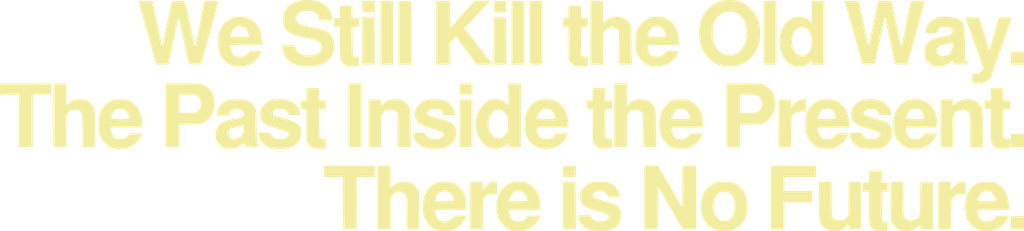
<source format=kicad_pcb>
(kicad_pcb (version 4) (host pcbnew 4.0.2-stable)

  (general
    (links 0)
    (no_connects 0)
    (area 0 0 0 0)
    (thickness 1.6)
    (drawings 0)
    (tracks 0)
    (zones 0)
    (modules 1)
    (nets 1)
  )

  (page A4)
  (layers
    (0 F.Cu signal)
    (31 B.Cu signal)
    (32 B.Adhes user)
    (33 F.Adhes user)
    (34 B.Paste user)
    (35 F.Paste user)
    (36 B.SilkS user)
    (37 F.SilkS user)
    (38 B.Mask user)
    (39 F.Mask user)
    (40 Dwgs.User user)
    (41 Cmts.User user)
    (42 Eco1.User user)
    (43 Eco2.User user)
    (44 Edge.Cuts user)
    (45 Margin user)
    (46 B.CrtYd user)
    (47 F.CrtYd user)
    (48 B.Fab user)
    (49 F.Fab user)
  )

  (setup
    (last_trace_width 0.25)
    (trace_clearance 0.2)
    (zone_clearance 0.508)
    (zone_45_only no)
    (trace_min 0.2)
    (segment_width 0.2)
    (edge_width 0.15)
    (via_size 0.6)
    (via_drill 0.4)
    (via_min_size 0.4)
    (via_min_drill 0.3)
    (uvia_size 0.3)
    (uvia_drill 0.1)
    (uvias_allowed no)
    (uvia_min_size 0.2)
    (uvia_min_drill 0.1)
    (pcb_text_width 0.3)
    (pcb_text_size 1.5 1.5)
    (mod_edge_width 0.15)
    (mod_text_size 1 1)
    (mod_text_width 0.15)
    (pad_size 1.524 1.524)
    (pad_drill 0.762)
    (pad_to_mask_clearance 0.2)
    (aux_axis_origin 0 0)
    (visible_elements FFFFE77F)
    (pcbplotparams
      (layerselection 0x00030_80000001)
      (usegerberextensions false)
      (excludeedgelayer true)
      (linewidth 0.200000)
      (plotframeref false)
      (viasonmask false)
      (mode 1)
      (useauxorigin false)
      (hpglpennumber 1)
      (hpglpenspeed 20)
      (hpglpendiameter 15)
      (hpglpenoverlay 2)
      (psnegative false)
      (psa4output false)
      (plotreference true)
      (plotvalue true)
      (plotinvisibletext false)
      (padsonsilk false)
      (subtractmaskfromsilk false)
      (outputformat 1)
      (mirror false)
      (drillshape 1)
      (scaleselection 1)
      (outputdirectory ""))
  )

  (net 0 "")

  (net_class Default "This is the default net class."
    (clearance 0.2)
    (trace_width 0.25)
    (via_dia 0.6)
    (via_drill 0.4)
    (uvia_dia 0.3)
    (uvia_drill 0.1)
  )

  (module LOGO (layer F.Cu) (tedit 0) (tstamp 5D5DAAFD)
    (at 85.75 70.75)
    (fp_text reference G*** (at 0 0) (layer F.SilkS) hide
      (effects (font (thickness 0.3)))
    )
    (fp_text value LOGO (at 0.75 0) (layer F.SilkS) hide
      (effects (font (thickness 0.3)))
    )
    (fp_poly (pts (xy -2.139167 2.210222) (xy -2.086202 2.218216) (xy -2.033184 2.23269) (xy -2.017442 2.237871)
      (xy -1.881714 2.299354) (xy -1.766183 2.38453) (xy -1.671884 2.491776) (xy -1.599856 2.619467)
      (xy -1.551134 2.765978) (xy -1.526755 2.929687) (xy -1.524 3.010851) (xy -1.524 3.14325)
      (xy -2.565923 3.14325) (xy -2.555009 3.234531) (xy -2.534665 3.338505) (xy -2.50038 3.417911)
      (xy -2.449985 3.477668) (xy -2.446442 3.480703) (xy -2.379194 3.519487) (xy -2.298986 3.538526)
      (xy -2.213151 3.53908) (xy -2.12902 3.522411) (xy -2.053926 3.489778) (xy -1.995201 3.442443)
      (xy -1.966366 3.398176) (xy -1.944875 3.349625) (xy -1.742375 3.349625) (xy -1.647613 3.35093)
      (xy -1.581969 3.354795) (xy -1.546406 3.361137) (xy -1.539875 3.366499) (xy -1.549361 3.403383)
      (xy -1.574536 3.456294) (xy -1.61048 3.517109) (xy -1.652272 3.577705) (xy -1.694992 3.629957)
      (xy -1.707212 3.64275) (xy -1.819918 3.735836) (xy -1.945684 3.801959) (xy -2.086962 3.842056)
      (xy -2.246207 3.857061) (xy -2.269492 3.857215) (xy -2.373984 3.851892) (xy -2.464013 3.835027)
      (xy -2.510533 3.820855) (xy -2.631921 3.768273) (xy -2.730322 3.699557) (xy -2.811099 3.61175)
      (xy -2.880575 3.503475) (xy -2.929631 3.387356) (xy -2.959972 3.257418) (xy -2.973302 3.107687)
      (xy -2.974251 3.040062) (xy -2.961944 2.8575) (xy -2.559409 2.8575) (xy -1.948471 2.8575)
      (xy -1.958016 2.798683) (xy -1.982906 2.712943) (xy -2.025512 2.635562) (xy -2.079954 2.576162)
      (xy -2.10437 2.559216) (xy -2.172741 2.533923) (xy -2.253687 2.525272) (xy -2.335121 2.532936)
      (xy -2.404954 2.556588) (xy -2.423398 2.567849) (xy -2.469478 2.615354) (xy -2.510322 2.684286)
      (xy -2.540348 2.764323) (xy -2.548454 2.799102) (xy -2.559409 2.8575) (xy -2.961944 2.8575)
      (xy -2.961913 2.857041) (xy -2.926472 2.69525) (xy -2.868055 2.554934) (xy -2.786788 2.436336)
      (xy -2.6828 2.339699) (xy -2.576024 2.274704) (xy -2.518525 2.247361) (xy -2.472169 2.229545)
      (xy -2.426458 2.218875) (xy -2.370896 2.212971) (xy -2.294987 2.209452) (xy -2.287138 2.209182)
      (xy -2.202629 2.207585) (xy -2.139167 2.210222)) (layer F.SilkS) (width 0.01))
    (fp_poly (pts (xy 0.226656 2.208682) (xy 0.24415 2.209286) (xy 0.324115 2.213536) (xy 0.383412 2.220696)
      (xy 0.433115 2.2331) (xy 0.484301 2.253086) (xy 0.512104 2.265802) (xy 0.640398 2.342667)
      (xy 0.74655 2.441727) (xy 0.829888 2.561786) (xy 0.889739 2.701648) (xy 0.925431 2.860116)
      (xy 0.936349 3.020218) (xy 0.936625 3.14325) (xy -0.10963 3.14325) (xy -0.10093 3.226593)
      (xy -0.088303 3.291599) (xy -0.066143 3.361882) (xy -0.053431 3.392166) (xy -0.00686 3.463068)
      (xy 0.05626 3.510051) (xy 0.139179 3.534913) (xy 0.214312 3.540125) (xy 0.316155 3.528297)
      (xy 0.400046 3.493821) (xy 0.462863 3.4382) (xy 0.480691 3.411602) (xy 0.515937 3.349869)
      (xy 0.922889 3.349625) (xy 0.912085 3.385343) (xy 0.861407 3.500675) (xy 0.784271 3.606999)
      (xy 0.685649 3.699787) (xy 0.570515 3.774509) (xy 0.443842 3.826638) (xy 0.420132 3.83329)
      (xy 0.346391 3.846344) (xy 0.254707 3.853765) (xy 0.157385 3.855348) (xy 0.066732 3.850885)
      (xy -0.004034 3.840389) (xy -0.129602 3.794989) (xy -0.241681 3.722662) (xy -0.337851 3.626242)
      (xy -0.415694 3.508557) (xy -0.472792 3.372441) (xy -0.50073 3.258931) (xy -0.517031 3.1465)
      (xy -0.52202 3.04595) (xy -0.515655 2.943125) (xy -0.50309 2.8575) (xy -0.098784 2.8575)
      (xy 0.511533 2.8575) (xy 0.500503 2.798707) (xy 0.473579 2.713182) (xy 0.429272 2.63622)
      (xy 0.373057 2.574865) (xy 0.310408 2.536157) (xy 0.29173 2.530152) (xy 0.228584 2.523548)
      (xy 0.155598 2.529278) (xy 0.086507 2.545258) (xy 0.035626 2.568989) (xy -0.011065 2.617127)
      (xy -0.051869 2.68657) (xy -0.081143 2.766874) (xy -0.088053 2.797968) (xy -0.098784 2.8575)
      (xy -0.50309 2.8575) (xy -0.499468 2.832821) (xy -0.458716 2.674353) (xy -0.395903 2.536056)
      (xy -0.312283 2.419472) (xy -0.209107 2.326144) (xy -0.087629 2.257616) (xy -0.00985 2.230003)
      (xy 0.056588 2.215385) (xy 0.131993 2.208558) (xy 0.226656 2.208682)) (layer F.SilkS) (width 0.01))
    (fp_poly (pts (xy 3.034771 2.210693) (xy 3.11195 2.219382) (xy 3.125423 2.222055) (xy 3.25945 2.265024)
      (xy 3.373604 2.32969) (xy 3.465724 2.413953) (xy 3.533646 2.515712) (xy 3.575207 2.632869)
      (xy 3.581281 2.664673) (xy 3.591807 2.7305) (xy 3.193397 2.7305) (xy 3.183191 2.684032)
      (xy 3.154913 2.624556) (xy 3.102559 2.577638) (xy 3.031915 2.54504) (xy 2.948762 2.528526)
      (xy 2.858884 2.529857) (xy 2.768064 2.550796) (xy 2.758007 2.55447) (xy 2.710304 2.585803)
      (xy 2.679529 2.631843) (xy 2.67199 2.682312) (xy 2.673752 2.691742) (xy 2.680594 2.71002)
      (xy 2.693579 2.726405) (xy 2.716238 2.742368) (xy 2.752103 2.759379) (xy 2.804705 2.778906)
      (xy 2.877576 2.802419) (xy 2.974246 2.831387) (xy 3.08975 2.864841) (xy 3.186349 2.893761)
      (xy 3.277551 2.923224) (xy 3.356863 2.950968) (xy 3.417787 2.974731) (xy 3.451262 2.990689)
      (xy 3.531638 3.055023) (xy 3.588705 3.137743) (xy 3.621456 3.234632) (xy 3.62888 3.341476)
      (xy 3.60997 3.454059) (xy 3.581027 3.532911) (xy 3.520631 3.636694) (xy 3.441538 3.718962)
      (xy 3.340584 3.782188) (xy 3.214607 3.828841) (xy 3.195743 3.833944) (xy 3.123739 3.84646)
      (xy 3.030453 3.853787) (xy 2.925928 3.855927) (xy 2.820205 3.852885) (xy 2.723327 3.844664)
      (xy 2.65616 3.833764) (xy 2.518127 3.791606) (xy 2.404251 3.730829) (xy 2.315429 3.652285)
      (xy 2.252559 3.556827) (xy 2.216541 3.445307) (xy 2.211456 3.411887) (xy 2.202202 3.33375)
      (xy 2.602014 3.33375) (xy 2.633115 3.40406) (xy 2.663184 3.457181) (xy 2.702165 3.493801)
      (xy 2.755823 3.51653) (xy 2.829917 3.527974) (xy 2.913062 3.530778) (xy 3.024589 3.524509)
      (xy 3.109142 3.504624) (xy 3.16878 3.470365) (xy 3.20452 3.423209) (xy 3.217235 3.387879)
      (xy 3.211255 3.36013) (xy 3.195158 3.335896) (xy 3.182339 3.320863) (xy 3.165204 3.306792)
      (xy 3.140317 3.292344) (xy 3.104241 3.276178) (xy 3.05354 3.256956) (xy 2.984777 3.233337)
      (xy 2.894517 3.203981) (xy 2.779322 3.167549) (xy 2.69875 3.142341) (xy 2.602918 3.112138)
      (xy 2.531967 3.088539) (xy 2.480387 3.068955) (xy 2.442667 3.050795) (xy 2.413299 3.03147)
      (xy 2.386773 3.00839) (xy 2.362904 2.984459) (xy 2.31588 2.930276) (xy 2.287192 2.879537)
      (xy 2.268946 2.818746) (xy 2.257885 2.700707) (xy 2.276271 2.586541) (xy 2.321804 2.48023)
      (xy 2.39218 2.385756) (xy 2.485097 2.307099) (xy 2.598253 2.248241) (xy 2.598962 2.247966)
      (xy 2.661084 2.231309) (xy 2.745234 2.218785) (xy 2.841905 2.210862) (xy 2.941587 2.208009)
      (xy 3.034771 2.210693)) (layer F.SilkS) (width 0.01))
    (fp_poly (pts (xy 7.0947 2.210509) (xy 7.246511 2.22544) (xy 7.374941 2.258038) (xy 7.484327 2.310488)
      (xy 7.57901 2.384977) (xy 7.663328 2.483693) (xy 7.6779 2.504437) (xy 7.743564 2.620924)
      (xy 7.788563 2.750175) (xy 7.814672 2.898048) (xy 7.820972 2.976562) (xy 7.818135 3.152978)
      (xy 7.790296 3.313536) (xy 7.738446 3.45668) (xy 7.663575 3.580851) (xy 7.566674 3.684494)
      (xy 7.448734 3.76605) (xy 7.310744 3.823961) (xy 7.275618 3.833944) (xy 7.192639 3.84832)
      (xy 7.091573 3.855138) (xy 6.984971 3.854436) (xy 6.885383 3.846253) (xy 6.812036 3.832502)
      (xy 6.673616 3.779744) (xy 6.553441 3.701393) (xy 6.452665 3.598613) (xy 6.372443 3.472567)
      (xy 6.316399 3.332593) (xy 6.297635 3.261893) (xy 6.286289 3.191421) (xy 6.280884 3.109347)
      (xy 6.279845 3.040062) (xy 6.281868 2.997419) (xy 6.693919 2.997419) (xy 6.696118 3.094305)
      (xy 6.705744 3.18391) (xy 6.720938 3.24926) (xy 6.768852 3.352965) (xy 6.833086 3.43389)
      (xy 6.910241 3.49024) (xy 6.99692 3.520219) (xy 7.089724 3.522032) (xy 7.18456 3.494201)
      (xy 7.257906 3.445183) (xy 7.321935 3.372111) (xy 7.370341 3.282538) (xy 7.377765 3.262815)
      (xy 7.3958 3.185267) (xy 7.405023 3.089113) (xy 7.405444 2.986246) (xy 7.397076 2.888558)
      (xy 7.379927 2.807944) (xy 7.377356 2.800202) (xy 7.341925 2.72525) (xy 7.29222 2.65445)
      (xy 7.235624 2.596766) (xy 7.180942 2.561746) (xy 7.102163 2.542516) (xy 7.014404 2.542437)
      (xy 6.931947 2.560773) (xy 6.897687 2.576326) (xy 6.839396 2.6224) (xy 6.78354 2.689424)
      (xy 6.737656 2.767011) (xy 6.712769 2.831189) (xy 6.699389 2.905598) (xy 6.693919 2.997419)
      (xy 6.281868 2.997419) (xy 6.28753 2.878113) (xy 6.312397 2.738875) (xy 6.356174 2.617325)
      (xy 6.420585 2.508441) (xy 6.491792 2.423206) (xy 6.586934 2.337073) (xy 6.688468 2.274504)
      (xy 6.801531 2.233687) (xy 6.931264 2.212808) (xy 7.082803 2.210055) (xy 7.0947 2.210509)) (layer F.SilkS) (width 0.01))
    (fp_poly (pts (xy 10.620399 2.774156) (xy 10.620539 2.923136) (xy 10.621048 3.043766) (xy 10.622082 3.139446)
      (xy 10.623797 3.213576) (xy 10.626348 3.269555) (xy 10.629891 3.310783) (xy 10.634583 3.340661)
      (xy 10.640579 3.362586) (xy 10.648035 3.379959) (xy 10.64818 3.380246) (xy 10.686641 3.438876)
      (xy 10.734638 3.475965) (xy 10.799076 3.495085) (xy 10.879564 3.499868) (xy 10.970974 3.49338)
      (xy 11.040844 3.472539) (xy 11.097525 3.433708) (xy 11.13946 3.38662) (xy 11.183937 3.328332)
      (xy 11.193047 2.2225) (xy 11.604625 2.2225) (xy 11.604625 3.794125) (xy 11.191875 3.794125)
      (xy 11.191875 3.632868) (xy 11.121371 3.703371) (xy 11.04428 3.770021) (xy 10.964859 3.814571)
      (xy 10.874134 3.840671) (xy 10.763132 3.851971) (xy 10.755312 3.852269) (xy 10.662511 3.852099)
      (xy 10.587171 3.84506) (xy 10.548937 3.836312) (xy 10.43672 3.787105) (xy 10.348392 3.719832)
      (xy 10.279355 3.630453) (xy 10.248989 3.572681) (xy 10.240629 3.553376) (xy 10.233753 3.532903)
      (xy 10.228189 3.508031) (xy 10.223762 3.475529) (xy 10.220298 3.432164) (xy 10.217625 3.374706)
      (xy 10.215568 3.299923) (xy 10.213954 3.204583) (xy 10.212608 3.085455) (xy 10.211358 2.939307)
      (xy 10.210763 2.861468) (xy 10.205963 2.2225) (xy 10.620375 2.2225) (xy 10.620399 2.774156)) (layer F.SilkS) (width 0.01))
    (fp_poly (pts (xy 12.28725 2.25425) (xy 12.5095 2.25425) (xy 12.5095 2.54) (xy 12.28725 2.54)
      (xy 12.28725 3.009356) (xy 12.287819 3.154905) (xy 12.289481 3.278485) (xy 12.292167 3.37799)
      (xy 12.295807 3.451316) (xy 12.300332 3.496361) (xy 12.303683 3.509418) (xy 12.31924 3.527283)
      (xy 12.347056 3.536694) (xy 12.395573 3.539983) (xy 12.414808 3.540125) (xy 12.5095 3.540125)
      (xy 12.5095 3.682063) (xy 12.50723 3.763385) (xy 12.500503 3.815124) (xy 12.490426 3.835789)
      (xy 12.46737 3.841208) (xy 12.420143 3.846546) (xy 12.356318 3.851086) (xy 12.303895 3.853473)
      (xy 12.225905 3.855484) (xy 12.170728 3.854235) (xy 12.129498 3.848563) (xy 12.093346 3.837302)
      (xy 12.057062 3.82106) (xy 11.989639 3.783307) (xy 11.943902 3.742347) (xy 11.910407 3.688744)
      (xy 11.898917 3.663085) (xy 11.892082 3.642106) (xy 11.886605 3.613123) (xy 11.882348 3.572774)
      (xy 11.879172 3.517699) (xy 11.876938 3.444538) (xy 11.875508 3.349928) (xy 11.874741 3.23051)
      (xy 11.8745 3.082922) (xy 11.8745 2.54) (xy 11.668125 2.54) (xy 11.668125 2.25425)
      (xy 11.8745 2.25425) (xy 11.8745 1.8415) (xy 12.28725 1.8415) (xy 12.28725 2.25425)) (layer F.SilkS) (width 0.01))
    (fp_poly (pts (xy 13.004837 2.782093) (xy 13.006177 2.930802) (xy 13.007565 3.051167) (xy 13.009205 3.146596)
      (xy 13.011303 3.220496) (xy 13.014063 3.276272) (xy 13.017691 3.317333) (xy 13.022391 3.347083)
      (xy 13.028369 3.368931) (xy 13.035829 3.386282) (xy 13.041852 3.39725) (xy 13.091972 3.454478)
      (xy 13.159322 3.490914) (xy 13.237581 3.507054) (xy 13.320425 3.503395) (xy 13.40153 3.480435)
      (xy 13.474573 3.438671) (xy 13.533232 3.378598) (xy 13.546801 3.357562) (xy 13.552765 3.332701)
      (xy 13.558066 3.279443) (xy 13.562735 3.197113) (xy 13.566803 3.085033) (xy 13.5703 2.942528)
      (xy 13.573125 2.778125) (xy 13.581062 2.230437) (xy 13.993812 2.230437) (xy 13.993812 3.786187)
      (xy 13.581062 3.786187) (xy 13.576363 3.714202) (xy 13.571664 3.642216) (xy 13.503381 3.707643)
      (xy 13.422759 3.774194) (xy 13.339667 3.818283) (xy 13.244918 3.843562) (xy 13.136562 3.853451)
      (xy 13.050268 3.854012) (xy 12.983839 3.847928) (xy 12.92585 3.833942) (xy 12.909628 3.828459)
      (xy 12.814151 3.784147) (xy 12.739132 3.723919) (xy 12.677496 3.641371) (xy 12.652375 3.595499)
      (xy 12.596812 3.485409) (xy 12.591855 2.853954) (xy 12.586898 2.2225) (xy 13.000111 2.2225)
      (xy 13.004837 2.782093)) (layer F.SilkS) (width 0.01))
    (fp_poly (pts (xy 15.872583 2.214867) (xy 15.933931 2.216681) (xy 15.979365 2.221355) (xy 16.016804 2.230237)
      (xy 16.054167 2.244677) (xy 16.099371 2.266026) (xy 16.10475 2.268652) (xy 16.22702 2.342891)
      (xy 16.327062 2.435967) (xy 16.405733 2.549382) (xy 16.463892 2.684637) (xy 16.502397 2.843233)
      (xy 16.520162 2.99532) (xy 16.530561 3.14325) (xy 15.473683 3.14325) (xy 15.48284 3.23198)
      (xy 15.500715 3.319084) (xy 15.533389 3.400676) (xy 15.576261 3.467074) (xy 15.609899 3.499344)
      (xy 15.649799 3.51976) (xy 15.705652 3.531825) (xy 15.768649 3.536871) (xy 15.877958 3.530516)
      (xy 15.966907 3.500227) (xy 16.036475 3.445581) (xy 16.06419 3.409156) (xy 16.102569 3.349625)
      (xy 16.510426 3.349625) (xy 16.485566 3.409156) (xy 16.413651 3.54461) (xy 16.320845 3.656224)
      (xy 16.20682 3.744281) (xy 16.071244 3.809066) (xy 15.990993 3.833944) (xy 15.897086 3.850259)
      (xy 15.789069 3.856277) (xy 15.679566 3.852187) (xy 15.581197 3.838179) (xy 15.539027 3.827163)
      (xy 15.442995 3.789845) (xy 15.36369 3.74192) (xy 15.288208 3.675142) (xy 15.267789 3.653859)
      (xy 15.194885 3.564274) (xy 15.140859 3.469006) (xy 15.10346 3.361787) (xy 15.080436 3.236348)
      (xy 15.07018 3.103562) (xy 15.073801 2.914463) (xy 15.083001 2.8575) (xy 15.481499 2.8575)
      (xy 16.094277 2.8575) (xy 16.086316 2.821781) (xy 16.053522 2.710238) (xy 16.009939 2.627011)
      (xy 15.953197 2.569801) (xy 15.880929 2.536311) (xy 15.790765 2.524243) (xy 15.779471 2.524125)
      (xy 15.689409 2.535096) (xy 15.617169 2.569208) (xy 15.560877 2.628254) (xy 15.518657 2.714029)
      (xy 15.495315 2.796012) (xy 15.481499 2.8575) (xy 15.083001 2.8575) (xy 15.101017 2.74596)
      (xy 15.151704 2.598312) (xy 15.225736 2.471777) (xy 15.322988 2.366614) (xy 15.443335 2.283082)
      (xy 15.474734 2.266727) (xy 15.51946 2.245351) (xy 15.556354 2.230791) (xy 15.593252 2.221739)
      (xy 15.637992 2.216889) (xy 15.698407 2.214932) (xy 15.782335 2.214562) (xy 15.787405 2.214562)
      (xy 15.872583 2.214867)) (layer F.SilkS) (width 0.01))
    (fp_poly (pts (xy -4.556125 2.047875) (xy -5.17525 2.047875) (xy -5.17525 3.794125) (xy -5.386917 3.794125)
      (xy -5.465894 3.793371) (xy -5.533128 3.791309) (xy -5.582405 3.788233) (xy -5.607509 3.784439)
      (xy -5.609167 3.783541) (xy -5.61116 3.766113) (xy -5.61303 3.719866) (xy -5.614742 3.64773)
      (xy -5.616261 3.552636) (xy -5.617551 3.437515) (xy -5.618576 3.305298) (xy -5.619302 3.158915)
      (xy -5.619692 3.001298) (xy -5.61975 2.910416) (xy -5.61975 2.047875) (xy -6.25475 2.047875)
      (xy -6.25475 1.68275) (xy -4.556125 1.68275) (xy -4.556125 2.047875)) (layer F.SilkS) (width 0.01))
    (fp_poly (pts (xy -4.048125 2.428966) (xy -3.993413 2.368406) (xy -3.904643 2.290402) (xy -3.802016 2.239075)
      (xy -3.682083 2.212865) (xy -3.642059 2.20966) (xy -3.50356 2.214512) (xy -3.382853 2.244084)
      (xy -3.281185 2.297753) (xy -3.199803 2.374899) (xy -3.148913 2.455581) (xy -3.103563 2.547937)
      (xy -3.093929 3.794125) (xy -3.508375 3.794125) (xy -3.508724 3.266281) (xy -3.508933 3.121587)
      (xy -3.509473 3.005033) (xy -3.510536 2.913007) (xy -3.512308 2.841897) (xy -3.514981 2.788095)
      (xy -3.518743 2.747988) (xy -3.523784 2.717965) (xy -3.530292 2.694417) (xy -3.538458 2.673732)
      (xy -3.539966 2.670371) (xy -3.581271 2.610253) (xy -3.641629 2.572852) (xy -3.723656 2.556758)
      (xy -3.752895 2.555875) (xy -3.842172 2.565779) (xy -3.915071 2.597804) (xy -3.958262 2.632291)
      (xy -3.982002 2.65527) (xy -4.001143 2.67699) (xy -4.01618 2.701005) (xy -4.027608 2.73087)
      (xy -4.035923 2.77014) (xy -4.041619 2.82237) (xy -4.045192 2.891114) (xy -4.047137 2.979928)
      (xy -4.047949 3.092365) (xy -4.048124 3.231981) (xy -4.048125 3.277399) (xy -4.048125 3.794125)
      (xy -4.254999 3.794125) (xy -4.347679 3.793157) (xy -4.411945 3.79005) (xy -4.451079 3.784502)
      (xy -4.468364 3.776208) (xy -4.469456 3.774281) (xy -4.470703 3.755354) (xy -4.471763 3.707382)
      (xy -4.472625 3.633068) (xy -4.473282 3.535118) (xy -4.473723 3.416234) (xy -4.473941 3.279122)
      (xy -4.473926 3.126485) (xy -4.47367 2.961027) (xy -4.473163 2.785453) (xy -4.472926 2.722562)
      (xy -4.468813 1.690687) (xy -4.258469 1.686257) (xy -4.048125 1.681828) (xy -4.048125 2.428966)) (layer F.SilkS) (width 0.01))
    (fp_poly (pts (xy -0.508 2.617098) (xy -0.623713 2.6159) (xy -0.726424 2.620588) (xy -0.80517 2.638191)
      (xy -0.865687 2.670394) (xy -0.893477 2.695148) (xy -0.918091 2.722253) (xy -0.93781 2.749189)
      (xy -0.953175 2.77971) (xy -0.964726 2.817568) (xy -0.973004 2.866518) (xy -0.97855 2.930312)
      (xy -0.981904 3.012703) (xy -0.983608 3.117445) (xy -0.984201 3.248291) (xy -0.98425 3.325302)
      (xy -0.98425 3.794125) (xy -1.397 3.794125) (xy -1.397 2.2225) (xy -0.98425 2.2225)
      (xy -0.98425 2.498591) (xy -0.939294 2.427702) (xy -0.866379 2.336506) (xy -0.779285 2.267126)
      (xy -0.683318 2.222852) (xy -0.583785 2.206975) (xy -0.583407 2.206973) (xy -0.508 2.206625)
      (xy -0.508 2.617098)) (layer F.SilkS) (width 0.01))
    (fp_poly (pts (xy 2.103437 2.230437) (xy 2.107555 3.012281) (xy 2.111674 3.794125) (xy 1.698625 3.794125)
      (xy 1.698625 2.221551) (xy 2.103437 2.230437)) (layer F.SilkS) (width 0.01))
    (fp_poly (pts (xy 6.111875 3.794125) (xy 5.674743 3.794125) (xy 5.258309 3.076424) (xy 4.841875 2.358724)
      (xy 4.841875 3.794125) (xy 4.397375 3.794125) (xy 4.397375 1.68275) (xy 4.623593 1.683091)
      (xy 4.849812 1.683433) (xy 5.254625 2.380221) (xy 5.659437 3.077008) (xy 5.667705 1.68275)
      (xy 6.111875 1.68275) (xy 6.111875 3.794125)) (layer F.SilkS) (width 0.01))
    (fp_poly (pts (xy 10.0965 2.047875) (xy 9.04875 2.047875) (xy 9.04875 2.524125) (xy 9.9695 2.524125)
      (xy 9.9695 2.88925) (xy 9.04875 2.88925) (xy 9.04875 3.794125) (xy 8.60425 3.794125)
      (xy 8.60425 1.68275) (xy 10.0965 1.68275) (xy 10.0965 2.047875)) (layer F.SilkS) (width 0.01))
    (fp_poly (pts (xy 15.08125 2.617712) (xy 14.954209 2.616879) (xy 14.845718 2.623515) (xy 14.761379 2.646394)
      (xy 14.696942 2.687568) (xy 14.648157 2.749089) (xy 14.63675 2.770187) (xy 14.625416 2.793574)
      (xy 14.616432 2.8159) (xy 14.60948 2.8411) (xy 14.60424 2.87311) (xy 14.600393 2.915864)
      (xy 14.59762 2.973299) (xy 14.595602 3.04935) (xy 14.59402 3.147953) (xy 14.592555 3.273042)
      (xy 14.592032 3.321843) (xy 14.587002 3.794125) (xy 14.176375 3.794125) (xy 14.176375 2.2225)
      (xy 14.589125 2.2225) (xy 14.589826 2.369343) (xy 14.590528 2.516187) (xy 14.622355 2.455877)
      (xy 14.684937 2.365232) (xy 14.765453 2.291159) (xy 14.857418 2.237951) (xy 14.954348 2.209899)
      (xy 14.998949 2.206625) (xy 15.08125 2.206625) (xy 15.08125 2.617712)) (layer F.SilkS) (width 0.01))
    (fp_poly (pts (xy 17.033875 3.794125) (xy 16.589375 3.794125) (xy 16.589375 3.3655) (xy 17.033875 3.3655)
      (xy 17.033875 3.794125)) (layer F.SilkS) (width 0.01))
    (fp_poly (pts (xy 2.111375 2.047875) (xy 1.698625 2.047875) (xy 1.698625 1.68275) (xy 2.111375 1.68275)
      (xy 2.111375 2.047875)) (layer F.SilkS) (width 0.01))
    (fp_poly (pts (xy -12.941266 -0.533825) (xy -12.814967 -0.510999) (xy -12.701058 -0.465895) (xy -12.620764 -0.417105)
      (xy -12.518461 -0.326636) (xy -12.434465 -0.21236) (xy -12.370102 -0.077296) (xy -12.326695 0.075537)
      (xy -12.30557 0.243122) (xy -12.303679 0.305593) (xy -12.303125 0.396875) (xy -13.355317 0.396875)
      (xy -13.34616 0.485605) (xy -13.328285 0.572709) (xy -13.295611 0.654301) (xy -13.252739 0.720699)
      (xy -13.219101 0.752969) (xy -13.179201 0.773385) (xy -13.123348 0.78545) (xy -13.060351 0.790496)
      (xy -12.951042 0.784141) (xy -12.862093 0.753852) (xy -12.792525 0.699206) (xy -12.76481 0.662781)
      (xy -12.726431 0.60325) (xy -12.318574 0.60325) (xy -12.343434 0.662781) (xy -12.416177 0.799033)
      (xy -12.510693 0.912247) (xy -12.62627 1.001803) (xy -12.762197 1.067081) (xy -12.832341 1.089047)
      (xy -12.917091 1.103833) (xy -13.018539 1.109842) (xy -13.124362 1.107296) (xy -13.222236 1.096418)
      (xy -13.289973 1.080788) (xy -13.386005 1.04347) (xy -13.46531 0.995545) (xy -13.540792 0.928767)
      (xy -13.561211 0.907484) (xy -13.634115 0.817899) (xy -13.688141 0.722631) (xy -13.72554 0.615412)
      (xy -13.748564 0.489973) (xy -13.75882 0.357187) (xy -13.75682 0.177134) (xy -13.746962 0.107803)
      (xy -13.342172 0.107803) (xy -13.340123 0.115093) (xy -13.322778 0.118869) (xy -13.278801 0.122151)
      (xy -13.213308 0.124736) (xy -13.131416 0.12642) (xy -13.041313 0.127) (xy -12.948418 0.126382)
      (xy -12.866967 0.124667) (xy -12.802077 0.122057) (xy -12.758864 0.118756) (xy -12.742503 0.115093)
      (xy -12.741 0.088803) (xy -12.750426 0.043555) (xy -12.767636 -0.011148) (xy -12.789484 -0.065804)
      (xy -12.812822 -0.110912) (xy -12.821617 -0.123823) (xy -12.882179 -0.180499) (xy -12.960162 -0.212866)
      (xy -13.049529 -0.22225) (xy -13.13767 -0.211464) (xy -13.207953 -0.177123) (xy -13.262281 -0.122155)
      (xy -13.284848 -0.083926) (xy -13.307259 -0.032251) (xy -13.326376 0.023306) (xy -13.339059 0.073178)
      (xy -13.342172 0.107803) (xy -13.746962 0.107803) (xy -13.734398 0.019456) (xy -13.690688 -0.118485)
      (xy -13.624824 -0.239328) (xy -13.535937 -0.34571) (xy -13.524124 -0.357208) (xy -13.436737 -0.431068)
      (xy -13.3496 -0.48247) (xy -13.253815 -0.51505) (xy -13.140483 -0.532443) (xy -13.086505 -0.536048)
      (xy -12.941266 -0.533825)) (layer F.SilkS) (width 0.01))
    (fp_poly (pts (xy -9.039537 -0.530338) (xy -8.967872 -0.528) (xy -8.914188 -0.523385) (xy -8.871606 -0.51574)
      (xy -8.833246 -0.50431) (xy -8.809366 -0.495309) (xy -8.700671 -0.437702) (xy -8.61546 -0.361374)
      (xy -8.556124 -0.268476) (xy -8.555277 -0.266597) (xy -8.545136 -0.242963) (xy -8.536933 -0.219683)
      (xy -8.5304 -0.193106) (xy -8.525268 -0.159576) (xy -8.521267 -0.115441) (xy -8.51813 -0.057048)
      (xy -8.515586 0.019257) (xy -8.513368 0.117128) (xy -8.511206 0.240218) (xy -8.509369 0.357187)
      (xy -8.507076 0.502425) (xy -8.504966 0.619359) (xy -8.502783 0.711433) (xy -8.50027 0.78209)
      (xy -8.497168 0.834773) (xy -8.493223 0.872925) (xy -8.488175 0.899991) (xy -8.481769 0.919412)
      (xy -8.473748 0.934633) (xy -8.465344 0.947013) (xy -8.440059 0.984448) (xy -8.428044 1.011307)
      (xy -8.432481 1.029213) (xy -8.456548 1.03979) (xy -8.503427 1.04466) (xy -8.576299 1.045446)
      (xy -8.655844 1.044217) (xy -8.882063 1.039812) (xy -8.925001 0.904116) (xy -8.988939 0.961881)
      (xy -9.088971 1.035453) (xy -9.198679 1.082139) (xy -9.323908 1.104176) (xy -9.36625 1.106338)
      (xy -9.435441 1.106206) (xy -9.498376 1.102707) (xy -9.543738 1.096554) (xy -9.550961 1.094698)
      (xy -9.649634 1.048649) (xy -9.735276 0.976828) (xy -9.801813 0.884441) (xy -9.806445 0.875706)
      (xy -9.834326 0.817381) (xy -9.850059 0.768733) (xy -9.856965 0.715483) (xy -9.858375 0.652315)
      (xy -9.855135 0.601856) (xy -9.445625 0.601856) (xy -9.432465 0.66625) (xy -9.397691 0.722871)
      (xy -9.34837 0.760539) (xy -9.344214 0.762316) (xy -9.278729 0.776188) (xy -9.200047 0.774693)
      (xy -9.12214 0.758896) (xy -9.079895 0.742156) (xy -9.014462 0.696482) (xy -8.968062 0.6332)
      (xy -8.938779 0.548565) (xy -8.924708 0.439054) (xy -8.921574 0.376456) (xy -8.921899 0.339748)
      (xy -8.926821 0.323155) (xy -8.937478 0.320901) (xy -8.947345 0.324125) (xy -8.974618 0.332244)
      (xy -9.025142 0.345125) (xy -9.091131 0.360844) (xy -9.148959 0.373975) (xy -9.254736 0.399925)
      (xy -9.332783 0.426012) (xy -9.386994 0.455225) (xy -9.42126 0.490553) (xy -9.439473 0.534987)
      (xy -9.445525 0.591516) (xy -9.445625 0.601856) (xy -9.855135 0.601856) (xy -9.850921 0.536231)
      (xy -9.826879 0.441585) (xy -9.783731 0.361352) (xy -9.73269 0.301751) (xy -9.680469 0.256487)
      (xy -9.620958 0.219632) (xy -9.548711 0.189091) (xy -9.458283 0.162769) (xy -9.344229 0.13857)
      (xy -9.278221 0.126878) (xy -9.17821 0.109368) (xy -9.104126 0.094479) (xy -9.050443 0.080506)
      (xy -9.011632 0.065745) (xy -8.982168 0.048489) (xy -8.957469 0.027925) (xy -8.927407 -0.01988)
      (xy -8.922745 -0.076172) (xy -8.943357 -0.130561) (xy -8.959664 -0.150483) (xy -9.009432 -0.183744)
      (xy -9.078861 -0.201655) (xy -9.171703 -0.204968) (xy -9.218049 -0.20223) (xy -9.299921 -0.188275)
      (xy -9.357589 -0.159176) (xy -9.396547 -0.111011) (xy -9.416655 -0.060482) (xy -9.434776 0)
      (xy -9.830941 0) (xy -9.821045 -0.075407) (xy -9.796842 -0.170565) (xy -9.752273 -0.266531)
      (xy -9.693531 -0.352313) (xy -9.629818 -0.414684) (xy -9.567614 -0.457048) (xy -9.50514 -0.488234)
      (xy -9.43605 -0.509737) (xy -9.354002 -0.523054) (xy -9.252651 -0.529681) (xy -9.136063 -0.531154)
      (xy -9.039537 -0.530338)) (layer F.SilkS) (width 0.01))
    (fp_poly (pts (xy -7.575195 -0.533237) (xy -7.524329 -0.525416) (xy -7.387297 -0.484057) (xy -7.271992 -0.422206)
      (xy -7.179969 -0.34132) (xy -7.112786 -0.242855) (xy -7.071999 -0.128267) (xy -7.066012 -0.09666)
      (xy -7.053242 -0.015875) (xy -7.257246 -0.015875) (xy -7.340798 -0.016059) (xy -7.397712 -0.017213)
      (xy -7.433101 -0.020245) (xy -7.452078 -0.026059) (xy -7.459755 -0.035563) (xy -7.461245 -0.049661)
      (xy -7.46125 -0.052031) (xy -7.475954 -0.107822) (xy -7.516718 -0.154756) (xy -7.578519 -0.190453)
      (xy -7.656335 -0.212538) (xy -7.745146 -0.218632) (xy -7.802362 -0.213513) (xy -7.871987 -0.193915)
      (xy -7.924902 -0.161444) (xy -7.958429 -0.120905) (xy -7.969886 -0.077103) (xy -7.956595 -0.034843)
      (xy -7.920523 -0.001651) (xy -7.887175 0.013699) (xy -7.830567 0.034637) (xy -7.758127 0.058604)
      (xy -7.67728 0.083042) (xy -7.662554 0.087251) (xy -7.532459 0.124404) (xy -7.429049 0.154844)
      (xy -7.348335 0.180059) (xy -7.286329 0.201539) (xy -7.239044 0.220772) (xy -7.202492 0.239248)
      (xy -7.172685 0.258455) (xy -7.145634 0.279884) (xy -7.144844 0.280559) (xy -7.077874 0.352177)
      (xy -7.036802 0.433078) (xy -7.018627 0.530127) (xy -7.017099 0.57264) (xy -7.030453 0.703236)
      (xy -7.070969 0.817742) (xy -7.137942 0.915281) (xy -7.230666 0.994976) (xy -7.348435 1.055951)
      (xy -7.427207 1.082191) (xy -7.507789 1.09767) (xy -7.609291 1.107048) (xy -7.721456 1.110227)
      (xy -7.834026 1.107109) (xy -7.936743 1.097596) (xy -7.994829 1.087621) (xy -8.125675 1.046585)
      (xy -8.235765 0.985969) (xy -8.322982 0.907815) (xy -8.385211 0.814162) (xy -8.420336 0.70705)
      (xy -8.425265 0.672661) (xy -8.434067 0.587375) (xy -8.035213 0.587375) (xy -8.017646 0.640603)
      (xy -7.987077 0.70146) (xy -7.938989 0.743802) (xy -7.868121 0.771483) (xy -7.827059 0.780244)
      (xy -7.731765 0.78983) (xy -7.635472 0.7825) (xy -7.622632 0.780465) (xy -7.536357 0.760271)
      (xy -7.478015 0.731769) (xy -7.444377 0.692714) (xy -7.432699 0.648486) (xy -7.431008 0.624934)
      (xy -7.432319 0.605062) (xy -7.439505 0.587487) (xy -7.455437 0.570825) (xy -7.482987 0.553693)
      (xy -7.525027 0.534708) (xy -7.584428 0.512487) (xy -7.664062 0.485647) (xy -7.766801 0.452805)
      (xy -7.895517 0.412578) (xy -7.971658 0.388907) (xy -8.052156 0.361867) (xy -8.129122 0.332468)
      (xy -8.193091 0.304525) (xy -8.230432 0.284608) (xy -8.301504 0.221504) (xy -8.350816 0.138439)
      (xy -8.377264 0.039561) (xy -8.379745 -0.070978) (xy -8.357153 -0.189029) (xy -8.356777 -0.1903)
      (xy -8.318347 -0.272517) (xy -8.255869 -0.352764) (xy -8.176594 -0.423762) (xy -8.087777 -0.478229)
      (xy -8.056446 -0.491784) (xy -7.981224 -0.512728) (xy -7.885069 -0.528004) (xy -7.7784 -0.536953)
      (xy -7.671635 -0.538917) (xy -7.575195 -0.533237)) (layer F.SilkS) (width 0.01))
    (fp_poly (pts (xy -6.429375 -0.492125) (xy -6.207125 -0.492125) (xy -6.207125 -0.206375) (xy -6.431115 -0.206375)
      (xy -6.426277 0.267464) (xy -6.424528 0.409794) (xy -6.422394 0.523403) (xy -6.419714 0.611322)
      (xy -6.416327 0.676581) (xy -6.41207 0.722208) (xy -6.406784 0.751234) (xy -6.400307 0.766687)
      (xy -6.39965 0.767527) (xy -6.37021 0.785499) (xy -6.317417 0.793224) (xy -6.292494 0.79375)
      (xy -6.207125 0.79375) (xy -6.207125 1.09122) (xy -6.266657 1.10106) (xy -6.338937 1.108503)
      (xy -6.422559 1.110298) (xy -6.506543 1.106861) (xy -6.579906 1.098608) (xy -6.627813 1.087393)
      (xy -6.704944 1.044416) (xy -6.769053 0.978469) (xy -6.813064 0.897771) (xy -6.824371 0.859098)
      (xy -6.829756 0.816754) (xy -6.834285 0.745588) (xy -6.83787 0.648515) (xy -6.840421 0.528453)
      (xy -6.841845 0.38832) (xy -6.842125 0.284968) (xy -6.842125 -0.206375) (xy -7.032625 -0.206375)
      (xy -7.032625 -0.492125) (xy -6.842125 -0.492125) (xy -6.842125 -0.904875) (xy -6.429375 -0.904875)
      (xy -6.429375 -0.492125)) (layer F.SilkS) (width 0.01))
    (fp_poly (pts (xy -2.448635 -0.533858) (xy -2.377171 -0.524531) (xy -2.242761 -0.48479) (xy -2.127624 -0.422816)
      (xy -2.033991 -0.340728) (xy -1.96409 -0.240644) (xy -1.920149 -0.124684) (xy -1.911469 -0.081702)
      (xy -1.900943 -0.015875) (xy -2.298434 -0.015875) (xy -2.309224 -0.059532) (xy -2.340899 -0.124165)
      (xy -2.398479 -0.173551) (xy -2.47872 -0.205025) (xy -2.489258 -0.207376) (xy -2.57895 -0.217496)
      (xy -2.66094 -0.211069) (xy -2.730663 -0.190226) (xy -2.783556 -0.157096) (xy -2.815052 -0.113809)
      (xy -2.820588 -0.062495) (xy -2.818746 -0.053629) (xy -2.811218 -0.034516) (xy -2.796534 -0.017283)
      (xy -2.771057 -0.000385) (xy -2.731152 0.017722) (xy -2.673182 0.038581) (xy -2.593511 0.063737)
      (xy -2.488504 0.094732) (xy -2.428875 0.111896) (xy -2.332947 0.140285) (xy -2.241482 0.16901)
      (xy -2.161399 0.195776) (xy -2.099619 0.218287) (xy -2.068523 0.231446) (xy -1.981776 0.289715)
      (xy -1.917955 0.367148) (xy -1.878156 0.459854) (xy -1.863478 0.563941) (xy -1.875017 0.675517)
      (xy -1.911991 0.786536) (xy -1.972052 0.890191) (xy -2.051048 0.972462) (xy -2.152053 1.035752)
      (xy -2.278143 1.082466) (xy -2.297007 1.087569) (xy -2.380232 1.102109) (xy -2.483898 1.109617)
      (xy -2.597516 1.110238) (xy -2.7106 1.104118) (xy -2.812662 1.091402) (xy -2.868231 1.079641)
      (xy -2.932238 1.061167) (xy -2.9906 1.041422) (xy -3.030695 1.024677) (xy -3.030736 1.024656)
      (xy -3.124674 0.959215) (xy -3.201043 0.87206) (xy -3.255049 0.770063) (xy -3.281294 0.665512)
      (xy -3.290548 0.587375) (xy -2.890736 0.587375) (xy -2.859635 0.657685) (xy -2.827552 0.712015)
      (xy -2.783725 0.749096) (xy -2.721512 0.772842) (xy -2.641095 0.786413) (xy -2.54178 0.789416)
      (xy -2.448853 0.777007) (xy -2.370266 0.750955) (xy -2.314789 0.713855) (xy -2.280271 0.671404)
      (xy -2.273175 0.634942) (xy -2.292906 0.595526) (xy -2.305844 0.579602) (xy -2.325391 0.562565)
      (xy -2.357041 0.544652) (xy -2.40475 0.524289) (xy -2.472474 0.499899) (xy -2.56417 0.469907)
      (xy -2.643462 0.445129) (xy -2.768674 0.406256) (xy -2.867459 0.374742) (xy -2.943809 0.348846)
      (xy -3.001714 0.326824) (xy -3.045165 0.306934) (xy -3.078152 0.287432) (xy -3.104667 0.266575)
      (xy -3.128699 0.24262) (xy -3.142654 0.227097) (xy -3.198982 0.140451) (xy -3.229247 0.042346)
      (xy -3.234284 -0.061807) (xy -3.214926 -0.166594) (xy -3.172007 -0.266603) (xy -3.10636 -0.356421)
      (xy -3.044099 -0.412797) (xy -2.98661 -0.450977) (xy -2.923498 -0.485262) (xy -2.893788 -0.498327)
      (xy -2.829307 -0.515629) (xy -2.742948 -0.52832) (xy -2.644315 -0.535913) (xy -2.543009 -0.537921)
      (xy -2.448635 -0.533858)) (layer F.SilkS) (width 0.01))
    (fp_poly (pts (xy 0.28575 1.04775) (xy -0.127 1.04775) (xy -0.127 0.917807) (xy -0.204869 0.987818)
      (xy -0.299972 1.052901) (xy -0.41095 1.094891) (xy -0.530807 1.112718) (xy -0.652548 1.105313)
      (xy -0.764833 1.073419) (xy -0.877592 1.014243) (xy -0.970921 0.935424) (xy -1.045798 0.840522)
      (xy -1.125714 0.696853) (xy -1.177655 0.545239) (xy -1.203044 0.38077) (xy -1.206225 0.287551)
      (xy -1.202064 0.232616) (xy -0.791205 0.232616) (xy -0.790557 0.359466) (xy -0.768923 0.478086)
      (xy -0.72763 0.583459) (xy -0.668003 0.670571) (xy -0.604872 0.725858) (xy -0.538159 0.753989)
      (xy -0.45859 0.763198) (xy -0.378907 0.753348) (xy -0.319036 0.728944) (xy -0.263916 0.688669)
      (xy -0.219827 0.638625) (xy -0.178409 0.568983) (xy -0.171602 0.555625) (xy -0.155862 0.520305)
      (xy -0.145435 0.483979) (xy -0.139253 0.438927) (xy -0.136248 0.377432) (xy -0.135355 0.293687)
      (xy -0.135926 0.208222) (xy -0.138796 0.146444) (xy -0.145041 0.100311) (xy -0.155738 0.061783)
      (xy -0.171508 0.023812) (xy -0.226317 -0.071517) (xy -0.290638 -0.137746) (xy -0.367054 -0.17676)
      (xy -0.458146 -0.190443) (xy -0.465177 -0.1905) (xy -0.554927 -0.175695) (xy -0.633043 -0.132386)
      (xy -0.697801 -0.062231) (xy -0.747478 0.033111) (xy -0.769544 0.102554) (xy -0.791205 0.232616)
      (xy -1.202064 0.232616) (xy -1.192735 0.109472) (xy -1.152864 -0.051376) (xy -1.086228 -0.195983)
      (xy -0.992444 -0.325344) (xy -0.953759 -0.366577) (xy -0.863304 -0.446157) (xy -0.774165 -0.49912)
      (xy -0.677935 -0.529071) (xy -0.566202 -0.539617) (xy -0.54992 -0.53975) (xy -0.433251 -0.531)
      (xy -0.335498 -0.50281) (xy -0.248468 -0.45227) (xy -0.206468 -0.417756) (xy -0.127 -0.346308)
      (xy -0.127 -1.063625) (xy 0.28575 -1.063625) (xy 0.28575 1.04775)) (layer F.SilkS) (width 0.01))
    (fp_poly (pts (xy 1.240596 -0.536133) (xy 1.295764 -0.527441) (xy 1.353185 -0.511736) (xy 1.361811 -0.508986)
      (xy 1.497793 -0.44975) (xy 1.612901 -0.366783) (xy 1.706783 -0.260582) (xy 1.779088 -0.131644)
      (xy 1.829462 0.019537) (xy 1.857286 0.189554) (xy 1.863495 0.245743) (xy 1.868459 0.29085)
      (xy 1.86917 0.326079) (xy 1.86262 0.352635) (xy 1.845799 0.371722) (xy 1.8157 0.384547)
      (xy 1.769313 0.392312) (xy 1.703631 0.396224) (xy 1.615645 0.397487) (xy 1.502346 0.397305)
      (xy 1.360726 0.396884) (xy 1.339585 0.396875) (xy 0.8255 0.396875) (xy 0.8255 0.466316)
      (xy 0.831306 0.527657) (xy 0.845682 0.591935) (xy 0.849849 0.60477) (xy 0.891599 0.688395)
      (xy 0.950126 0.746647) (xy 1.027843 0.781103) (xy 1.127162 0.793339) (xy 1.138521 0.793401)
      (xy 1.244172 0.780646) (xy 1.330209 0.74347) (xy 1.395954 0.682189) (xy 1.405997 0.667996)
      (xy 1.448844 0.60325) (xy 1.844941 0.60325) (xy 1.834348 0.646906) (xy 1.801147 0.730788)
      (xy 1.744419 0.818266) (xy 1.670474 0.902094) (xy 1.585625 0.975023) (xy 1.504422 1.025723)
      (xy 1.383942 1.072741) (xy 1.24889 1.101638) (xy 1.109391 1.111519) (xy 0.975573 1.101489)
      (xy 0.88522 1.080422) (xy 0.753724 1.022319) (xy 0.640133 0.938878) (xy 0.546883 0.832491)
      (xy 0.476413 0.705548) (xy 0.459863 0.663212) (xy 0.439261 0.583401) (xy 0.424499 0.481759)
      (xy 0.415938 0.36773) (xy 0.413942 0.250757) (xy 0.418872 0.140282) (xy 0.427032 0.077148)
      (xy 0.829279 0.077148) (xy 0.830672 0.099216) (xy 0.844664 0.113636) (xy 0.874902 0.122017)
      (xy 0.925033 0.125968) (xy 0.998704 0.1271) (xy 1.099561 0.12702) (xy 1.129282 0.127)
      (xy 1.433065 0.127) (xy 1.42276 0.051593) (xy 1.400946 -0.028064) (xy 1.361168 -0.103395)
      (xy 1.309761 -0.164246) (xy 1.270247 -0.192791) (xy 1.208066 -0.213635) (xy 1.132814 -0.221674)
      (xy 1.058566 -0.216584) (xy 1.001227 -0.199008) (xy 0.93504 -0.148148) (xy 0.881438 -0.073382)
      (xy 0.849703 0.003634) (xy 0.836839 0.045824) (xy 0.829279 0.077148) (xy 0.427032 0.077148)
      (xy 0.431091 0.045749) (xy 0.435389 0.025448) (xy 0.484004 -0.121765) (xy 0.555863 -0.251675)
      (xy 0.648655 -0.361254) (xy 0.760067 -0.447471) (xy 0.821678 -0.480705) (xy 0.87665 -0.504777)
      (xy 0.925036 -0.520361) (xy 0.977665 -0.529722) (xy 1.04537 -0.535122) (xy 1.091936 -0.537185)
      (xy 1.17641 -0.538988) (xy 1.240596 -0.536133)) (layer F.SilkS) (width 0.01))
    (fp_poly (pts (xy 3.095625 -0.492125) (xy 3.317875 -0.492125) (xy 3.317875 -0.206375) (xy 3.095625 -0.206375)
      (xy 3.095625 0.262981) (xy 3.096194 0.40853) (xy 3.097856 0.53211) (xy 3.100542 0.631615)
      (xy 3.104182 0.704941) (xy 3.108707 0.749986) (xy 3.112058 0.763043) (xy 3.127615 0.780908)
      (xy 3.155431 0.790319) (xy 3.203948 0.793608) (xy 3.223183 0.79375) (xy 3.317875 0.79375)
      (xy 3.317875 0.935688) (xy 3.315694 1.017052) (xy 3.309047 1.068185) (xy 3.298031 1.090158)
      (xy 3.270684 1.097302) (xy 3.219956 1.102417) (xy 3.154154 1.105446) (xy 3.081586 1.106331)
      (xy 3.010557 1.105014) (xy 2.949377 1.101438) (xy 2.906352 1.095544) (xy 2.897187 1.092947)
      (xy 2.816218 1.049758) (xy 2.749905 0.988282) (xy 2.713245 0.93053) (xy 2.70516 0.910496)
      (xy 2.698676 0.887426) (xy 2.693616 0.857764) (xy 2.689803 0.81796) (xy 2.68706 0.76446)
      (xy 2.685209 0.69371) (xy 2.684072 0.602159) (xy 2.683472 0.486252) (xy 2.683232 0.342439)
      (xy 2.683223 0.329406) (xy 2.682875 -0.206375) (xy 2.4765 -0.206375) (xy 2.4765 -0.492125)
      (xy 2.682875 -0.492125) (xy 2.682875 -0.904875) (xy 3.095625 -0.904875) (xy 3.095625 -0.492125)) (layer F.SilkS) (width 0.01))
    (fp_poly (pts (xy 5.703533 -0.531362) (xy 5.76342 -0.529435) (xy 5.80798 -0.524399) (xy 5.845426 -0.514812)
      (xy 5.883969 -0.499232) (xy 5.929672 -0.477276) (xy 6.053356 -0.402176) (xy 6.15408 -0.309179)
      (xy 6.232801 -0.196625) (xy 6.290481 -0.062848) (xy 6.328078 0.093813) (xy 6.344699 0.242093)
      (xy 6.354796 0.396875) (xy 5.297878 0.396875) (xy 5.308436 0.488156) (xy 5.327537 0.57849)
      (xy 5.360854 0.660573) (xy 5.404149 0.725419) (xy 5.433005 0.752209) (xy 5.479857 0.773247)
      (xy 5.547047 0.78751) (xy 5.623634 0.793697) (xy 5.698681 0.790504) (xy 5.723341 0.786784)
      (xy 5.770598 0.768445) (xy 5.823495 0.734245) (xy 5.871944 0.692287) (xy 5.905853 0.650678)
      (xy 5.913829 0.633765) (xy 5.920217 0.621203) (xy 5.933519 0.612641) (xy 5.959046 0.607323)
      (xy 6.002111 0.604493) (xy 6.068024 0.603394) (xy 6.128115 0.60325) (xy 6.332716 0.60325)
      (xy 6.310952 0.664936) (xy 6.25304 0.782825) (xy 6.1688 0.888334) (xy 6.062426 0.977827)
      (xy 5.938112 1.047668) (xy 5.822062 1.08871) (xy 5.738387 1.103423) (xy 5.63824 1.10967)
      (xy 5.533713 1.107642) (xy 5.436898 1.097532) (xy 5.36575 1.081486) (xy 5.23566 1.024015)
      (xy 5.125018 0.942188) (xy 5.034655 0.837365) (xy 4.9654 0.710911) (xy 4.918086 0.564186)
      (xy 4.893543 0.398553) (xy 4.890051 0.301625) (xy 4.90243 0.123757) (xy 4.913624 0.074284)
      (xy 5.318125 0.074284) (xy 5.318125 0.127) (xy 5.922813 0.127) (xy 5.912144 0.067468)
      (xy 5.881856 -0.041792) (xy 5.834427 -0.124584) (xy 5.769013 -0.181688) (xy 5.684771 -0.213884)
      (xy 5.598795 -0.22225) (xy 5.526939 -0.21566) (xy 5.470603 -0.193518) (xy 5.459378 -0.186515)
      (xy 5.414717 -0.143986) (xy 5.372323 -0.082126) (xy 5.338597 -0.012749) (xy 5.319937 0.052328)
      (xy 5.318125 0.074284) (xy 4.913624 0.074284) (xy 4.939054 -0.038101) (xy 4.99915 -0.181902)
      (xy 5.081948 -0.305598) (xy 5.142991 -0.370045) (xy 5.216031 -0.431857) (xy 5.286022 -0.476264)
      (xy 5.360528 -0.505828) (xy 5.447114 -0.523112) (xy 5.553347 -0.530676) (xy 5.620109 -0.531621)
      (xy 5.703533 -0.531362)) (layer F.SilkS) (width 0.01))
    (fp_poly (pts (xy 10.559631 -0.535029) (xy 10.681603 -0.51493) (xy 10.792346 -0.473975) (xy 10.871748 -0.429078)
      (xy 10.9762 -0.346419) (xy 11.059828 -0.245928) (xy 11.123694 -0.125427) (xy 11.168856 0.01726)
      (xy 11.196376 0.184307) (xy 11.202037 0.248945) (xy 11.212436 0.396875) (xy 10.155558 0.396875)
      (xy 10.164715 0.485605) (xy 10.18259 0.572709) (xy 10.215264 0.654301) (xy 10.258136 0.720699)
      (xy 10.291774 0.752969) (xy 10.331674 0.773385) (xy 10.387527 0.78545) (xy 10.450524 0.790496)
      (xy 10.559833 0.784141) (xy 10.648782 0.753852) (xy 10.71835 0.699206) (xy 10.746065 0.662781)
      (xy 10.784444 0.60325) (xy 11.192301 0.60325) (xy 11.167441 0.662781) (xy 11.094759 0.798514)
      (xy 10.999871 0.911688) (xy 10.883666 1.00153) (xy 10.747035 1.067267) (xy 10.675937 1.089638)
      (xy 10.592863 1.104076) (xy 10.492642 1.109898) (xy 10.387645 1.107342) (xy 10.290244 1.096651)
      (xy 10.220902 1.080788) (xy 10.12487 1.04347) (xy 10.045565 0.995545) (xy 9.970083 0.928767)
      (xy 9.949664 0.907484) (xy 9.87676 0.817899) (xy 9.822734 0.722631) (xy 9.785335 0.615412)
      (xy 9.762311 0.489973) (xy 9.752055 0.357187) (xy 9.754055 0.177134) (xy 9.761184 0.127)
      (xy 10.159395 0.127) (xy 10.460385 0.127) (xy 10.554787 0.126401) (xy 10.637806 0.124734)
      (xy 10.704409 0.122194) (xy 10.749562 0.118976) (xy 10.768232 0.115273) (xy 10.768372 0.115093)
      (xy 10.769875 0.088803) (xy 10.760449 0.043555) (xy 10.743239 -0.011148) (xy 10.721391 -0.065804)
      (xy 10.698053 -0.110912) (xy 10.689258 -0.123823) (xy 10.628795 -0.180438) (xy 10.550943 -0.212799)
      (xy 10.461091 -0.22225) (xy 10.375483 -0.212469) (xy 10.30623 -0.181553) (xy 10.251078 -0.127141)
      (xy 10.207771 -0.046875) (xy 10.174055 0.061605) (xy 10.169043 0.083343) (xy 10.159395 0.127)
      (xy 9.761184 0.127) (xy 9.776477 0.019456) (xy 9.820187 -0.118485) (xy 9.886051 -0.239328)
      (xy 9.974938 -0.34571) (xy 9.986751 -0.357208) (xy 10.07651 -0.432586) (xy 10.16672 -0.484681)
      (xy 10.266372 -0.517217) (xy 10.384459 -0.53392) (xy 10.418701 -0.536098) (xy 10.559631 -0.535029)) (layer F.SilkS) (width 0.01))
    (fp_poly (pts (xy 12.061115 -0.533858) (xy 12.132579 -0.524531) (xy 12.266989 -0.48479) (xy 12.382126 -0.422816)
      (xy 12.475759 -0.340728) (xy 12.54566 -0.240644) (xy 12.589601 -0.124684) (xy 12.598281 -0.081702)
      (xy 12.608807 -0.015875) (xy 12.211316 -0.015875) (xy 12.200526 -0.059532) (xy 12.168851 -0.124165)
      (xy 12.111271 -0.173551) (xy 12.03103 -0.205025) (xy 12.020492 -0.207376) (xy 11.931923 -0.217202)
      (xy 11.850613 -0.210519) (xy 11.781091 -0.189565) (xy 11.727886 -0.156579) (xy 11.695529 -0.113799)
      (xy 11.688549 -0.063465) (xy 11.692658 -0.045355) (xy 11.701205 -0.028145) (xy 11.717657 -0.012144)
      (xy 11.745651 0.004112) (xy 11.788828 0.022088) (xy 11.850829 0.04325) (xy 11.935292 0.069062)
      (xy 12.045858 0.100991) (xy 12.080875 0.110911) (xy 12.17877 0.139615) (xy 12.271585 0.168742)
      (xy 12.352809 0.196107) (xy 12.415929 0.219519) (xy 12.452713 0.235848) (xy 12.53673 0.298036)
      (xy 12.598548 0.380026) (xy 12.636094 0.477066) (xy 12.647297 0.584402) (xy 12.638542 0.662201)
      (xy 12.59994 0.787922) (xy 12.538388 0.89258) (xy 12.453006 0.977057) (xy 12.34291 1.042234)
      (xy 12.212743 1.087569) (xy 12.129518 1.102109) (xy 12.025852 1.109617) (xy 11.912234 1.110238)
      (xy 11.79915 1.104118) (xy 11.697088 1.091402) (xy 11.641519 1.079641) (xy 11.577512 1.061167)
      (xy 11.51915 1.041422) (xy 11.479055 1.024677) (xy 11.479014 1.024656) (xy 11.385076 0.959215)
      (xy 11.308707 0.87206) (xy 11.254701 0.770063) (xy 11.228456 0.665512) (xy 11.219202 0.587375)
      (xy 11.619014 0.587375) (xy 11.650115 0.657685) (xy 11.682198 0.712015) (xy 11.726025 0.749096)
      (xy 11.788238 0.772842) (xy 11.868655 0.786413) (xy 11.96797 0.789416) (xy 12.060897 0.777007)
      (xy 12.139484 0.750955) (xy 12.194961 0.713855) (xy 12.229479 0.671404) (xy 12.236575 0.634942)
      (xy 12.216844 0.595526) (xy 12.203906 0.579602) (xy 12.184359 0.562565) (xy 12.152709 0.544652)
      (xy 12.105 0.524289) (xy 12.037276 0.499899) (xy 11.94558 0.469907) (xy 11.866288 0.445129)
      (xy 11.768628 0.414677) (xy 11.676952 0.385519) (xy 11.597285 0.359615) (xy 11.535649 0.338926)
      (xy 11.498069 0.32541) (xy 11.496935 0.324959) (xy 11.418088 0.277647) (xy 11.351265 0.207372)
      (xy 11.303281 0.122492) (xy 11.285983 0.066217) (xy 11.276331 -0.053382) (xy 11.296183 -0.168113)
      (xy 11.343314 -0.274165) (xy 11.415495 -0.367727) (xy 11.510499 -0.444989) (xy 11.615962 -0.498327)
      (xy 11.680443 -0.515629) (xy 11.766802 -0.52832) (xy 11.865435 -0.535913) (xy 11.966741 -0.537921)
      (xy 12.061115 -0.533858)) (layer F.SilkS) (width 0.01))
    (fp_poly (pts (xy 13.511971 -0.536133) (xy 13.567139 -0.527441) (xy 13.62456 -0.511736) (xy 13.633186 -0.508986)
      (xy 13.769168 -0.44975) (xy 13.884276 -0.366783) (xy 13.978158 -0.260582) (xy 14.050463 -0.131644)
      (xy 14.100837 0.019537) (xy 14.128661 0.189554) (xy 14.13487 0.245743) (xy 14.139834 0.29085)
      (xy 14.140545 0.326079) (xy 14.133995 0.352635) (xy 14.117174 0.371722) (xy 14.087075 0.384547)
      (xy 14.040688 0.392312) (xy 13.975006 0.396224) (xy 13.88702 0.397487) (xy 13.773721 0.397305)
      (xy 13.632101 0.396884) (xy 13.61096 0.396875) (xy 13.096875 0.396875) (xy 13.096875 0.466316)
      (xy 13.102681 0.527657) (xy 13.117057 0.591935) (xy 13.121224 0.60477) (xy 13.162974 0.688395)
      (xy 13.221501 0.746647) (xy 13.299218 0.781103) (xy 13.398537 0.793339) (xy 13.409896 0.793401)
      (xy 13.515547 0.780646) (xy 13.601584 0.74347) (xy 13.667329 0.682189) (xy 13.677372 0.667996)
      (xy 13.720219 0.60325) (xy 14.116316 0.60325) (xy 14.105723 0.646906) (xy 14.072522 0.730788)
      (xy 14.015794 0.818266) (xy 13.941849 0.902094) (xy 13.857 0.975023) (xy 13.775797 1.025723)
      (xy 13.655317 1.072741) (xy 13.520265 1.101638) (xy 13.380766 1.111519) (xy 13.246948 1.101489)
      (xy 13.156595 1.080422) (xy 13.025713 1.02375) (xy 12.91529 0.94367) (xy 12.824853 0.839608)
      (xy 12.753928 0.710992) (xy 12.702041 0.557248) (xy 12.692751 0.518271) (xy 12.68584 0.463915)
      (xy 12.68275 0.387392) (xy 12.6832 0.298023) (xy 12.686909 0.205125) (xy 12.693597 0.118017)
      (xy 12.698924 0.077148) (xy 13.100654 0.077148) (xy 13.102047 0.099216) (xy 13.116039 0.113636)
      (xy 13.146277 0.122017) (xy 13.196408 0.125968) (xy 13.270079 0.1271) (xy 13.370936 0.12702)
      (xy 13.400657 0.127) (xy 13.70444 0.127) (xy 13.694135 0.051593) (xy 13.672321 -0.028064)
      (xy 13.632543 -0.103395) (xy 13.581136 -0.164246) (xy 13.541622 -0.192791) (xy 13.479441 -0.213635)
      (xy 13.404189 -0.221674) (xy 13.329941 -0.216584) (xy 13.272602 -0.199008) (xy 13.206415 -0.148148)
      (xy 13.152813 -0.073382) (xy 13.121078 0.003634) (xy 13.108214 0.045824) (xy 13.100654 0.077148)
      (xy 12.698924 0.077148) (xy 12.702982 0.046017) (xy 12.707694 0.022382) (xy 12.755715 -0.12293)
      (xy 12.827383 -0.251916) (xy 12.920091 -0.361175) (xy 13.031236 -0.447307) (xy 13.093053 -0.480705)
      (xy 13.148025 -0.504777) (xy 13.196411 -0.520361) (xy 13.24904 -0.529722) (xy 13.316745 -0.535122)
      (xy 13.363311 -0.537185) (xy 13.447785 -0.538988) (xy 13.511971 -0.536133)) (layer F.SilkS) (width 0.01))
    (fp_poly (pts (xy 16.335375 -0.492125) (xy 16.557625 -0.492125) (xy 16.557625 -0.206375) (xy 16.335375 -0.206375)
      (xy 16.335375 0.262981) (xy 16.335944 0.40853) (xy 16.337606 0.53211) (xy 16.340292 0.631615)
      (xy 16.343932 0.704941) (xy 16.348457 0.749986) (xy 16.351808 0.763043) (xy 16.367365 0.780908)
      (xy 16.395181 0.790319) (xy 16.443698 0.793608) (xy 16.462933 0.79375) (xy 16.557625 0.79375)
      (xy 16.557625 0.935688) (xy 16.555444 1.017052) (xy 16.548797 1.068185) (xy 16.537781 1.090158)
      (xy 16.510434 1.097302) (xy 16.459706 1.102417) (xy 16.393904 1.105446) (xy 16.321336 1.106331)
      (xy 16.250307 1.105014) (xy 16.189127 1.101438) (xy 16.146102 1.095544) (xy 16.136937 1.092947)
      (xy 16.055968 1.049758) (xy 15.989655 0.988282) (xy 15.952995 0.93053) (xy 15.94491 0.910496)
      (xy 15.938426 0.887426) (xy 15.933366 0.857764) (xy 15.929553 0.81796) (xy 15.92681 0.76446)
      (xy 15.924959 0.69371) (xy 15.923822 0.602159) (xy 15.923222 0.486252) (xy 15.922982 0.342439)
      (xy 15.922973 0.329406) (xy 15.922625 -0.206375) (xy 15.71625 -0.206375) (xy 15.71625 -0.492125)
      (xy 15.922625 -0.492125) (xy 15.922625 -0.904875) (xy 16.335375 -0.904875) (xy 16.335375 -0.492125)) (layer F.SilkS) (width 0.01))
    (fp_poly (pts (xy -16.188532 -1.059796) (xy -15.343188 -1.055688) (xy -15.343188 -0.706438) (xy -15.648782 -0.702126)
      (xy -15.954375 -0.697815) (xy -15.954375 1.04775) (xy -16.398875 1.04775) (xy -16.398875 -0.6985)
      (xy -17.033875 -0.6985) (xy -17.033875 -1.063904) (xy -16.188532 -1.059796)) (layer F.SilkS) (width 0.01))
    (fp_poly (pts (xy -14.843125 -0.312269) (xy -14.771356 -0.385067) (xy -14.691514 -0.454903) (xy -14.609539 -0.500927)
      (xy -14.516063 -0.527127) (xy -14.4145 -0.537052) (xy -14.287406 -0.532466) (xy -14.179904 -0.506359)
      (xy -14.086652 -0.456864) (xy -14.018118 -0.39857) (xy -13.986494 -0.365868) (xy -13.960281 -0.334892)
      (xy -13.938937 -0.302372) (xy -13.921923 -0.265035) (xy -13.908699 -0.219613) (xy -13.898726 -0.162833)
      (xy -13.891463 -0.091425) (xy -13.886371 -0.002119) (xy -13.882909 0.108357) (xy -13.880539 0.243273)
      (xy -13.87872 0.4059) (xy -13.878314 0.448468) (xy -13.872689 1.04775) (xy -14.285247 1.04775)
      (xy -14.290343 0.511968) (xy -14.291956 0.357206) (xy -14.293932 0.230898) (xy -14.296824 0.129748)
      (xy -14.301188 0.05046) (xy -14.307578 -0.010261) (xy -14.31655 -0.055711) (xy -14.328657 -0.089186)
      (xy -14.344455 -0.11398) (xy -14.364499 -0.133391) (xy -14.389344 -0.150714) (xy -14.403365 -0.159393)
      (xy -14.47046 -0.183783) (xy -14.550712 -0.188452) (xy -14.633804 -0.175061) (xy -14.709419 -0.14527)
      (xy -14.767114 -0.10088) (xy -14.78731 -0.076436) (xy -14.803586 -0.050933) (xy -14.816363 -0.02079)
      (xy -14.826061 0.017572) (xy -14.8331 0.067736) (xy -14.837899 0.13328) (xy -14.840879 0.217786)
      (xy -14.842459 0.324834) (xy -14.84306 0.458004) (xy -14.843125 0.547177) (xy -14.843125 1.04775)
      (xy -15.255875 1.04775) (xy -15.255875 -1.063625) (xy -14.843125 -1.063625) (xy -14.843125 -0.312269)) (layer F.SilkS) (width 0.01))
    (fp_poly (pts (xy -10.949782 -1.060394) (xy -10.79883 -1.058999) (xy -10.676091 -1.057583) (xy -10.57803 -1.05593)
      (xy -10.501111 -1.053825) (xy -10.441798 -1.051051) (xy -10.396555 -1.047392) (xy -10.361847 -1.042632)
      (xy -10.334137 -1.036556) (xy -10.30989 -1.028947) (xy -10.286241 -1.019861) (xy -10.164686 -0.957905)
      (xy -10.068333 -0.879351) (xy -9.996199 -0.78259) (xy -9.947298 -0.666014) (xy -9.920647 -0.528016)
      (xy -9.914676 -0.41275) (xy -9.925286 -0.24962) (xy -9.958712 -0.107837) (xy -10.015516 0.013899)
      (xy -10.096261 0.116888) (xy -10.171996 0.181972) (xy -10.219289 0.215027) (xy -10.263228 0.240709)
      (xy -10.30884 0.260051) (xy -10.361151 0.274086) (xy -10.425189 0.283848) (xy -10.505982 0.29037)
      (xy -10.608556 0.294684) (xy -10.735469 0.297775) (xy -11.08075 0.304734) (xy -11.08075 1.04775)
      (xy -11.52525 1.04775) (xy -11.52525 -0.079375) (xy -11.08075 -0.079375) (xy -10.822177 -0.079375)
      (xy -10.724037 -0.079713) (xy -10.651704 -0.081154) (xy -10.599237 -0.084345) (xy -10.560697 -0.08993)
      (xy -10.530142 -0.098554) (xy -10.501634 -0.110862) (xy -10.493134 -0.115094) (xy -10.427905 -0.160783)
      (xy -10.384509 -0.222902) (xy -10.360073 -0.306275) (xy -10.35493 -0.347025) (xy -10.357036 -0.456241)
      (xy -10.384847 -0.546832) (xy -10.438356 -0.618786) (xy -10.501313 -0.663822) (xy -10.527741 -0.674229)
      (xy -10.566519 -0.682111) (xy -10.622394 -0.687949) (xy -10.700112 -0.692226) (xy -10.804418 -0.695423)
      (xy -10.814844 -0.695664) (xy -11.08075 -0.701702) (xy -11.08075 -0.079375) (xy -11.52525 -0.079375)
      (xy -11.52525 -1.065437) (xy -10.949782 -1.060394)) (layer F.SilkS) (width 0.01))
    (fp_poly (pts (xy -5.0165 1.04775) (xy -5.445125 1.04775) (xy -5.445125 -1.063625) (xy -5.0165 -1.063625)
      (xy -5.0165 1.04775)) (layer F.SilkS) (width 0.01))
    (fp_poly (pts (xy -3.81476 -0.535885) (xy -3.715486 -0.519177) (xy -3.630556 -0.484248) (xy -3.552912 -0.429021)
      (xy -3.54409 -0.421237) (xy -3.4827 -0.354939) (xy -3.434886 -0.28214) (xy -3.427188 -0.266374)
      (xy -3.417586 -0.244496) (xy -3.409735 -0.223297) (xy -3.403431 -0.199427) (xy -3.39847 -0.169533)
      (xy -3.394648 -0.130264) (xy -3.391761 -0.078267) (xy -3.389605 -0.010191) (xy -3.387976 0.077316)
      (xy -3.38667 0.187606) (xy -3.385483 0.324031) (xy -3.384646 0.432593) (xy -3.379978 1.04775)
      (xy -3.794125 1.04775) (xy -3.794125 0.511721) (xy -3.794282 0.355946) (xy -3.795112 0.228673)
      (xy -3.797155 0.126656) (xy -3.800954 0.046647) (xy -3.807048 -0.014602) (xy -3.815978 -0.060338)
      (xy -3.828285 -0.093808) (xy -3.84451 -0.118259) (xy -3.865194 -0.136939) (xy -3.890877 -0.153095)
      (xy -3.906229 -0.161493) (xy -3.977823 -0.184828) (xy -4.061659 -0.189303) (xy -4.147602 -0.17652)
      (xy -4.225512 -0.148081) (xy -4.285251 -0.10559) (xy -4.289614 -0.10088) (xy -4.30981 -0.076436)
      (xy -4.326086 -0.050933) (xy -4.338863 -0.02079) (xy -4.348561 0.017572) (xy -4.3556 0.067736)
      (xy -4.360399 0.13328) (xy -4.363379 0.217786) (xy -4.364959 0.324834) (xy -4.36556 0.458004)
      (xy -4.365625 0.547177) (xy -4.365625 1.04775) (xy -4.778375 1.04775) (xy -4.778375 -0.523875)
      (xy -4.365625 -0.523875) (xy -4.365625 -0.309889) (xy -4.299041 -0.378491) (xy -4.214726 -0.4518)
      (xy -4.124888 -0.500378) (xy -4.021214 -0.527837) (xy -3.93544 -0.536452) (xy -3.81476 -0.535885)) (layer F.SilkS) (width 0.01))
    (fp_poly (pts (xy -1.3335 1.04775) (xy -1.74625 1.04775) (xy -1.74625 -0.523875) (xy -1.3335 -0.523875)
      (xy -1.3335 1.04775)) (layer F.SilkS) (width 0.01))
    (fp_poly (pts (xy 3.81 -0.314081) (xy 3.90208 -0.399134) (xy 3.991436 -0.469629) (xy 4.082274 -0.513964)
      (xy 4.184208 -0.53586) (xy 4.26581 -0.539829) (xy 4.3966 -0.527204) (xy 4.50981 -0.488938)
      (xy 4.60773 -0.424152) (xy 4.635876 -0.398011) (xy 4.667353 -0.365839) (xy 4.693421 -0.335865)
      (xy 4.714622 -0.304814) (xy 4.731497 -0.269412) (xy 4.74459 -0.226383) (xy 4.754441 -0.172454)
      (xy 4.761594 -0.104348) (xy 4.76659 -0.018792) (xy 4.769971 0.087489) (xy 4.772279 0.21777)
      (xy 4.774057 0.375325) (xy 4.774683 0.440531) (xy 4.780414 1.04775) (xy 4.367194 1.04775)
      (xy 4.36244 0.511968) (xy 4.361002 0.365414) (xy 4.359431 0.247164) (xy 4.357529 0.153769)
      (xy 4.355104 0.081783) (xy 4.351959 0.027758) (xy 4.347898 -0.011751) (xy 4.342728 -0.040193)
      (xy 4.336253 -0.061014) (xy 4.329135 -0.076109) (xy 4.280333 -0.135378) (xy 4.214651 -0.173207)
      (xy 4.138411 -0.18983) (xy 4.057934 -0.18548) (xy 3.979543 -0.160391) (xy 3.909558 -0.114795)
      (xy 3.860546 -0.058804) (xy 3.817937 0.005547) (xy 3.813164 0.526648) (xy 3.808391 1.04775)
      (xy 3.39725 1.04775) (xy 3.39725 -1.063625) (xy 3.81 -1.063625) (xy 3.81 -0.314081)) (layer F.SilkS) (width 0.01))
    (fp_poly (pts (xy 7.703343 -1.060394) (xy 7.8541 -1.05901) (xy 7.976656 -1.057619) (xy 8.074562 -1.055999)
      (xy 8.151365 -1.053928) (xy 8.210614 -1.051184) (xy 8.255859 -1.047545) (xy 8.290649 -1.042788)
      (xy 8.318533 -1.036691) (xy 8.34306 -1.029033) (xy 8.367778 -1.01959) (xy 8.370126 -1.018648)
      (xy 8.492226 -0.955056) (xy 8.588789 -0.872743) (xy 8.659678 -0.771828) (xy 8.666335 -0.758715)
      (xy 8.71782 -0.623273) (xy 8.744004 -0.48362) (xy 8.746154 -0.34387) (xy 8.725534 -0.208139)
      (xy 8.683412 -0.08054) (xy 8.621052 0.034813) (xy 8.539722 0.133804) (xy 8.440686 0.21232)
      (xy 8.354165 0.255842) (xy 8.321039 0.267864) (xy 8.287521 0.277053) (xy 8.248499 0.283906)
      (xy 8.198865 0.288918) (xy 8.133506 0.292586) (xy 8.047314 0.295404) (xy 7.935177 0.29787)
      (xy 7.917656 0.298205) (xy 7.572375 0.304734) (xy 7.572375 1.04775) (xy 7.127875 1.04775)
      (xy 7.127875 -0.079375) (xy 7.572375 -0.079375) (xy 7.830948 -0.079375) (xy 7.929112 -0.079714)
      (xy 8.001479 -0.08116) (xy 8.053995 -0.084359) (xy 8.09261 -0.089955) (xy 8.123273 -0.098594)
      (xy 8.151931 -0.11092) (xy 8.160355 -0.115094) (xy 8.228552 -0.16303) (xy 8.273278 -0.227663)
      (xy 8.295856 -0.311823) (xy 8.298151 -0.40983) (xy 8.288528 -0.492613) (xy 8.267953 -0.553734)
      (xy 8.231951 -0.602613) (xy 8.18929 -0.639042) (xy 8.152934 -0.660832) (xy 8.107353 -0.676838)
      (xy 8.047604 -0.687809) (xy 7.968746 -0.694492) (xy 7.865836 -0.697634) (xy 7.798593 -0.698122)
      (xy 7.572375 -0.6985) (xy 7.572375 -0.079375) (xy 7.127875 -0.079375) (xy 7.127875 -1.065437)
      (xy 7.703343 -1.060394)) (layer F.SilkS) (width 0.01))
    (fp_poly (pts (xy 9.763125 -0.127) (xy 9.630684 -0.127) (xy 9.525597 -0.120733) (xy 9.444898 -0.100272)
      (xy 9.383459 -0.063131) (xy 9.336155 -0.006822) (xy 9.318625 0.024416) (xy 9.307291 0.047623)
      (xy 9.298309 0.069792) (xy 9.291357 0.094853) (xy 9.286117 0.126736) (xy 9.282271 0.169374)
      (xy 9.279498 0.226696) (xy 9.277481 0.302633) (xy 9.2759 0.401115) (xy 9.274437 0.526075)
      (xy 9.273907 0.575468) (xy 9.268877 1.04775) (xy 8.85795 1.04775) (xy 8.862069 0.265906)
      (xy 8.866187 -0.515938) (xy 9.068593 -0.520381) (xy 9.271 -0.524824) (xy 9.271701 -0.377506)
      (xy 9.272403 -0.230188) (xy 9.302262 -0.286663) (xy 9.345854 -0.350664) (xy 9.406019 -0.415696)
      (xy 9.471924 -0.471136) (xy 9.521143 -0.501273) (xy 9.571983 -0.51893) (xy 9.636075 -0.532458)
      (xy 9.671843 -0.536687) (xy 9.763125 -0.543567) (xy 9.763125 -0.127)) (layer F.SilkS) (width 0.01))
    (fp_poly (pts (xy 15.219279 -0.535857) (xy 15.318496 -0.519237) (xy 15.403405 -0.484358) (xy 15.481074 -0.429141)
      (xy 15.490035 -0.421237) (xy 15.551425 -0.354939) (xy 15.599239 -0.28214) (xy 15.606937 -0.266374)
      (xy 15.616539 -0.244496) (xy 15.62439 -0.223297) (xy 15.630694 -0.199427) (xy 15.635655 -0.169533)
      (xy 15.639477 -0.130264) (xy 15.642364 -0.078267) (xy 15.64452 -0.010191) (xy 15.646149 0.077316)
      (xy 15.647455 0.187606) (xy 15.648642 0.324031) (xy 15.649479 0.432593) (xy 15.654147 1.04775)
      (xy 15.24 1.04775) (xy 15.239651 0.519906) (xy 15.239425 0.374706) (xy 15.238839 0.257677)
      (xy 15.237713 0.165239) (xy 15.235868 0.093813) (xy 15.233124 0.03982) (xy 15.229301 -0.000319)
      (xy 15.224221 -0.030184) (xy 15.217703 -0.053352) (xy 15.209915 -0.072642) (xy 15.167173 -0.133513)
      (xy 15.10362 -0.172088) (xy 15.017795 -0.189128) (xy 14.9836 -0.190152) (xy 14.90094 -0.180374)
      (xy 14.822973 -0.154494) (xy 14.760893 -0.116691) (xy 14.744511 -0.10088) (xy 14.724315 -0.076436)
      (xy 14.708039 -0.050933) (xy 14.695262 -0.02079) (xy 14.685564 0.017572) (xy 14.678525 0.067736)
      (xy 14.673726 0.13328) (xy 14.670746 0.217786) (xy 14.669166 0.324834) (xy 14.668565 0.458004)
      (xy 14.6685 0.547177) (xy 14.6685 1.04775) (xy 14.25575 1.04775) (xy 14.25575 -0.523875)
      (xy 14.6685 -0.523875) (xy 14.6685 -0.312269) (xy 14.73965 -0.384439) (xy 14.818573 -0.452895)
      (xy 14.901421 -0.498645) (xy 14.997053 -0.525435) (xy 15.098685 -0.536296) (xy 15.219279 -0.535857)) (layer F.SilkS) (width 0.01))
    (fp_poly (pts (xy 17.033875 1.04775) (xy 16.589375 1.04775) (xy 16.589375 0.619125) (xy 17.033875 0.619125)
      (xy 17.033875 1.04775)) (layer F.SilkS) (width 0.01))
    (fp_poly (pts (xy -1.3335 -0.6985) (xy -1.74625 -0.6985) (xy -1.74625 -1.063625) (xy -1.3335 -1.063625)
      (xy -1.3335 -0.6985)) (layer F.SilkS) (width 0.01))
    (fp_poly (pts (xy 15.296296 -3.266874) (xy 15.303733 -3.26673) (xy 15.530154 -3.262313) (xy 15.686755 -2.746375)
      (xy 15.724441 -2.622068) (xy 15.759617 -2.505755) (xy 15.791103 -2.401361) (xy 15.81772 -2.312811)
      (xy 15.838285 -2.244028) (xy 15.851621 -2.198937) (xy 15.856032 -2.183533) (xy 15.860532 -2.175351)
      (xy 15.867246 -2.179468) (xy 15.876971 -2.198272) (xy 15.890502 -2.234153) (xy 15.908635 -2.289498)
      (xy 15.932165 -2.366696) (xy 15.961887 -2.468136) (xy 15.998599 -2.596206) (xy 16.027888 -2.699471)
      (xy 16.18707 -3.262313) (xy 16.39616 -3.266743) (xy 16.48895 -3.267524) (xy 16.55604 -3.265499)
      (xy 16.595303 -3.260787) (xy 16.60525 -3.255162) (xy 16.600153 -3.23688) (xy 16.585574 -3.191715)
      (xy 16.562577 -3.122731) (xy 16.532228 -3.032991) (xy 16.495591 -2.925559) (xy 16.453733 -2.803499)
      (xy 16.407717 -2.669875) (xy 16.358609 -2.527751) (xy 16.307474 -2.38019) (xy 16.255377 -2.230255)
      (xy 16.203384 -2.081011) (xy 16.152559 -1.935522) (xy 16.103968 -1.796851) (xy 16.058676 -1.668061)
      (xy 16.017747 -1.552217) (xy 15.982248 -1.452382) (xy 15.953242 -1.371621) (xy 15.931796 -1.312996)
      (xy 15.918974 -1.279572) (xy 15.916409 -1.27377) (xy 15.858447 -1.194493) (xy 15.777061 -1.134518)
      (xy 15.671437 -1.093456) (xy 15.540763 -1.070916) (xy 15.486062 -1.0672) (xy 15.417843 -1.065403)
      (xy 15.361757 -1.066187) (xy 15.32519 -1.069324) (xy 15.315406 -1.072499) (xy 15.310163 -1.092884)
      (xy 15.306098 -1.137189) (xy 15.303801 -1.197585) (xy 15.3035 -1.230438) (xy 15.3035 -1.376084)
      (xy 15.397809 -1.374803) (xy 15.462662 -1.377525) (xy 15.508114 -1.389596) (xy 15.536715 -1.406564)
      (xy 15.592186 -1.459615) (xy 15.632649 -1.521779) (xy 15.65195 -1.582992) (xy 15.65275 -1.5963)
      (xy 15.647502 -1.620936) (xy 15.632433 -1.672412) (xy 15.608548 -1.747723) (xy 15.576858 -1.843863)
      (xy 15.53837 -1.957826) (xy 15.494091 -2.086607) (xy 15.445031 -2.227201) (xy 15.392196 -2.376601)
      (xy 15.372662 -2.431358) (xy 15.318723 -2.58234) (xy 15.267911 -2.724814) (xy 15.221256 -2.855882)
      (xy 15.179783 -2.972646) (xy 15.14452 -3.072208) (xy 15.116495 -3.151671) (xy 15.096735 -3.208135)
      (xy 15.086268 -3.238704) (xy 15.084943 -3.242917) (xy 15.084041 -3.253966) (xy 15.091427 -3.261522)
      (xy 15.111722 -3.266087) (xy 15.14955 -3.268165) (xy 15.209533 -3.26826) (xy 15.296296 -3.266874)) (layer F.SilkS) (width 0.01))
    (fp_poly (pts (xy -8.937602 -3.278294) (xy -8.843567 -3.259937) (xy -8.827357 -3.254859) (xy -8.688007 -3.192775)
      (xy -8.571524 -3.108683) (xy -8.477901 -3.002574) (xy -8.407133 -2.874435) (xy -8.359213 -2.724258)
      (xy -8.334133 -2.552031) (xy -8.330926 -2.49214) (xy -8.326438 -2.357438) (xy -8.846344 -2.353252)
      (xy -9.36625 -2.349067) (xy -9.36625 -2.286338) (xy -9.358232 -2.215141) (xy -9.337128 -2.139253)
      (xy -9.307362 -2.071824) (xy -9.281308 -2.033923) (xy -9.217536 -1.985526) (xy -9.13809 -1.958202)
      (xy -9.05037 -1.951218) (xy -8.961778 -1.963841) (xy -8.879715 -1.995338) (xy -8.811582 -2.044973)
      (xy -8.780185 -2.083594) (xy -8.741806 -2.143125) (xy -8.546028 -2.143125) (xy -8.458702 -2.142238)
      (xy -8.399487 -2.139332) (xy -8.364787 -2.134043) (xy -8.351006 -2.126006) (xy -8.350406 -2.123282)
      (xy -8.360649 -2.081165) (xy -8.387587 -2.024055) (xy -8.426281 -1.960198) (xy -8.471792 -1.897838)
      (xy -8.51383 -1.850475) (xy -8.630875 -1.755395) (xy -8.76523 -1.685136) (xy -8.850313 -1.656737)
      (xy -8.90978 -1.646391) (xy -8.989371 -1.639888) (xy -9.077799 -1.637395) (xy -9.163777 -1.63908)
      (xy -9.236017 -1.645114) (xy -9.266533 -1.650518) (xy -9.393631 -1.696552) (xy -9.506936 -1.769582)
      (xy -9.604029 -1.866961) (xy -9.682486 -1.986043) (xy -9.739888 -2.124179) (xy -9.757027 -2.186782)
      (xy -9.772331 -2.284025) (xy -9.778493 -2.398613) (xy -9.775997 -2.520496) (xy -9.767139 -2.619375)
      (xy -9.367689 -2.619375) (xy -8.758685 -2.619375) (xy -8.76899 -2.694782) (xy -8.790804 -2.774439)
      (xy -8.830582 -2.84977) (xy -8.881989 -2.910621) (xy -8.921503 -2.939166) (xy -8.98237 -2.959674)
      (xy -9.056302 -2.96801) (xy -9.1294 -2.963799) (xy -9.187767 -2.946671) (xy -9.188445 -2.946321)
      (xy -9.261341 -2.890723) (xy -9.316058 -2.809772) (xy -9.351851 -2.704652) (xy -9.35702 -2.678907)
      (xy -9.367689 -2.619375) (xy -9.767139 -2.619375) (xy -9.765325 -2.639624) (xy -9.746963 -2.745948)
      (xy -9.726742 -2.815896) (xy -9.660099 -2.957871) (xy -9.574285 -3.075027) (xy -9.468015 -3.168777)
      (xy -9.341049 -3.240075) (xy -9.257951 -3.265748) (xy -9.155724 -3.280885) (xy -9.045297 -3.285172)
      (xy -8.937602 -3.278294)) (layer F.SilkS) (width 0.01))
    (fp_poly (pts (xy -6.637531 -3.831251) (xy -6.477067 -3.800131) (xy -6.338127 -3.748959) (xy -6.221917 -3.678305)
      (xy -6.129641 -3.588738) (xy -6.065062 -3.486264) (xy -6.039532 -3.421788) (xy -6.015736 -3.342955)
      (xy -5.9969 -3.262483) (xy -5.986249 -3.193094) (xy -5.984995 -3.170571) (xy -5.999841 -3.16632)
      (xy -6.040579 -3.163376) (xy -6.101372 -3.161961) (xy -6.176379 -3.162296) (xy -6.19453 -3.162633)
      (xy -6.404185 -3.167063) (xy -6.417062 -3.229145) (xy -6.446214 -3.315011) (xy -6.496274 -3.381168)
      (xy -6.571928 -3.433508) (xy -6.584978 -3.440141) (xy -6.63269 -3.461713) (xy -6.675467 -3.474977)
      (xy -6.723902 -3.481878) (xy -6.788588 -3.484365) (xy -6.826674 -3.484563) (xy -6.902767 -3.483407)
      (xy -6.957143 -3.47877) (xy -6.99979 -3.468895) (xy -7.040693 -3.452028) (xy -7.056376 -3.444183)
      (xy -7.129839 -3.393341) (xy -7.174912 -3.329812) (xy -7.193359 -3.250852) (xy -7.194021 -3.230033)
      (xy -7.190131 -3.179111) (xy -7.176504 -3.135989) (xy -7.150209 -3.099051) (xy -7.10831 -3.066682)
      (xy -7.047876 -3.037265) (xy -6.965972 -3.009184) (xy -6.859667 -2.980824) (xy -6.726026 -2.950568)
      (xy -6.662489 -2.937207) (xy -6.560657 -2.915381) (xy -6.464106 -2.893314) (xy -6.379193 -2.872565)
      (xy -6.312275 -2.854691) (xy -6.269707 -2.841248) (xy -6.267776 -2.840502) (xy -6.14867 -2.781611)
      (xy -6.055998 -2.708243) (xy -5.988592 -2.618424) (xy -5.945282 -2.510179) (xy -5.924902 -2.381536)
      (xy -5.924433 -2.260371) (xy -5.931063 -2.177211) (xy -5.942989 -2.113027) (xy -5.962995 -2.055144)
      (xy -5.975612 -2.027278) (xy -6.046377 -1.915362) (xy -6.142662 -1.818966) (xy -6.261054 -1.740547)
      (xy -6.398136 -1.682557) (xy -6.488975 -1.65837) (xy -6.570218 -1.646517) (xy -6.672189 -1.63951)
      (xy -6.784425 -1.637332) (xy -6.896467 -1.639965) (xy -6.997854 -1.647392) (xy -7.076939 -1.659337)
      (xy -7.224678 -1.704305) (xy -7.354151 -1.770169) (xy -7.461988 -1.854825) (xy -7.539273 -1.947627)
      (xy -7.576907 -2.016093) (xy -7.610634 -2.098118) (xy -7.636462 -2.181916) (xy -7.650399 -2.2557)
      (xy -7.65175 -2.279735) (xy -7.65175 -2.333625) (xy -7.227183 -2.333625) (xy -7.217412 -2.274094)
      (xy -7.187566 -2.183992) (xy -7.131669 -2.109011) (xy -7.052334 -2.05062) (xy -6.952176 -2.010287)
      (xy -6.833808 -1.989482) (xy -6.710008 -1.988924) (xy -6.588272 -2.007168) (xy -6.489478 -2.043046)
      (xy -6.415038 -2.09548) (xy -6.366362 -2.163389) (xy -6.34486 -2.245693) (xy -6.343895 -2.269202)
      (xy -6.350417 -2.333819) (xy -6.371755 -2.388757) (xy -6.410571 -2.435692) (xy -6.469522 -2.476303)
      (xy -6.551269 -2.512267) (xy -6.658471 -2.54526) (xy -6.793788 -2.57696) (xy -6.850063 -2.588411)
      (xy -7.013527 -2.6228) (xy -7.148846 -2.656461) (xy -7.259551 -2.690873) (xy -7.34917 -2.727513)
      (xy -7.421232 -2.767861) (xy -7.479267 -2.813395) (xy -7.526804 -2.865593) (xy -7.533838 -2.874888)
      (xy -7.580643 -2.962186) (xy -7.609473 -3.067997) (xy -7.620018 -3.184452) (xy -7.611967 -3.303681)
      (xy -7.585009 -3.417815) (xy -7.557886 -3.484155) (xy -7.485491 -3.597286) (xy -7.39022 -3.688868)
      (xy -7.271908 -3.75898) (xy -7.130392 -3.807702) (xy -6.965507 -3.835112) (xy -6.818313 -3.84175)
      (xy -6.637531 -3.831251)) (layer F.SilkS) (width 0.01))
    (fp_poly (pts (xy -5.318125 -3.2385) (xy -5.095875 -3.2385) (xy -5.095875 -2.95275) (xy -5.319865 -2.95275)
      (xy -5.315027 -2.478911) (xy -5.313278 -2.336581) (xy -5.311144 -2.222972) (xy -5.308464 -2.135053)
      (xy -5.305077 -2.069794) (xy -5.30082 -2.024167) (xy -5.295534 -1.995141) (xy -5.289057 -1.979688)
      (xy -5.2884 -1.978848) (xy -5.25896 -1.960876) (xy -5.206167 -1.953151) (xy -5.181244 -1.952625)
      (xy -5.095875 -1.952625) (xy -5.095875 -1.654969) (xy -5.145485 -1.645047) (xy -5.205036 -1.637985)
      (xy -5.280764 -1.635682) (xy -5.361867 -1.637746) (xy -5.437538 -1.643783) (xy -5.496972 -1.653402)
      (xy -5.514582 -1.658448) (xy -5.565646 -1.684133) (xy -5.617373 -1.721222) (xy -5.630111 -1.732724)
      (xy -5.655858 -1.759659) (xy -5.676829 -1.787904) (xy -5.693511 -1.820899) (xy -5.706388 -1.862082)
      (xy -5.715943 -1.914891) (xy -5.722663 -1.982765) (xy -5.72703 -2.06914) (xy -5.729531 -2.177457)
      (xy -5.73065 -2.311154) (xy -5.730875 -2.447632) (xy -5.730875 -2.95275) (xy -5.921375 -2.95275)
      (xy -5.921375 -3.2385) (xy -5.730875 -3.2385) (xy -5.730875 -3.65125) (xy -5.318125 -3.65125)
      (xy -5.318125 -3.2385)) (layer F.SilkS) (width 0.01))
    (fp_poly (pts (xy 2.286 -3.2385) (xy 2.50825 -3.2385) (xy 2.50825 -2.95275) (xy 2.286 -2.95275)
      (xy 2.286234 -2.496344) (xy 2.286741 -2.349597) (xy 2.288165 -2.232058) (xy 2.290609 -2.141195)
      (xy 2.294176 -2.074478) (xy 2.29897 -2.029374) (xy 2.305094 -2.003353) (xy 2.30647 -2.00025)
      (xy 2.322425 -1.976993) (xy 2.346689 -1.964058) (xy 2.388746 -1.957645) (xy 2.417361 -1.955802)
      (xy 2.50825 -1.951041) (xy 2.50825 -1.655155) (xy 2.448718 -1.645315) (xy 2.391978 -1.639475)
      (xy 2.320308 -1.636962) (xy 2.2443 -1.637601) (xy 2.174545 -1.641219) (xy 2.121635 -1.647639)
      (xy 2.107629 -1.650932) (xy 2.01825 -1.693133) (xy 1.946702 -1.758392) (xy 1.92027 -1.79706)
      (xy 1.881187 -1.865313) (xy 1.876443 -2.409032) (xy 1.871699 -2.95275) (xy 1.68275 -2.95275)
      (xy 1.68275 -3.2385) (xy 1.87325 -3.2385) (xy 1.87325 -3.65125) (xy 2.286 -3.65125)
      (xy 2.286 -3.2385)) (layer F.SilkS) (width 0.01))
    (fp_poly (pts (xy 4.893926 -3.27791) (xy 4.953566 -3.276031) (xy 4.998174 -3.270989) (xy 5.036108 -3.261218)
      (xy 5.075727 -3.245155) (xy 5.125391 -3.221234) (xy 5.1316 -3.218167) (xy 5.255923 -3.143257)
      (xy 5.355016 -3.052472) (xy 5.431515 -2.942484) (xy 5.488056 -2.809964) (xy 5.507325 -2.743517)
      (xy 5.529614 -2.62682) (xy 5.541737 -2.498708) (xy 5.5422 -2.385219) (xy 5.540375 -2.3495)
      (xy 4.5085 -2.3495) (xy 4.5085 -2.280059) (xy 4.514306 -2.218718) (xy 4.528682 -2.15444)
      (xy 4.532849 -2.141605) (xy 4.574599 -2.05798) (xy 4.633126 -1.999728) (xy 4.710843 -1.965272)
      (xy 4.810162 -1.953036) (xy 4.821521 -1.952974) (xy 4.927172 -1.965729) (xy 5.013209 -2.002905)
      (xy 5.078954 -2.064186) (xy 5.088997 -2.078379) (xy 5.131844 -2.143125) (xy 5.527941 -2.143125)
      (xy 5.517348 -2.099469) (xy 5.493807 -2.038577) (xy 5.453098 -1.967268) (xy 5.402067 -1.895896)
      (xy 5.347559 -1.834812) (xy 5.334 -1.822193) (xy 5.214303 -1.735185) (xy 5.081774 -1.675897)
      (xy 4.934331 -1.643601) (xy 4.803274 -1.63672) (xy 4.730602 -1.639024) (xy 4.662758 -1.643767)
      (xy 4.611274 -1.650064) (xy 4.599716 -1.652361) (xy 4.4782 -1.696804) (xy 4.367582 -1.768264)
      (xy 4.271322 -1.862892) (xy 4.192881 -1.976838) (xy 4.135723 -2.106252) (xy 4.112055 -2.194698)
      (xy 4.100269 -2.282049) (xy 4.094828 -2.388485) (xy 4.095576 -2.502153) (xy 4.102357 -2.611202)
      (xy 4.110289 -2.669221) (xy 4.512279 -2.669221) (xy 4.513674 -2.647153) (xy 4.527669 -2.632735)
      (xy 4.557913 -2.624355) (xy 4.608053 -2.620405) (xy 4.681734 -2.619275) (xy 4.782605 -2.619355)
      (xy 4.812215 -2.619375) (xy 5.11593 -2.619375) (xy 5.107189 -2.684541) (xy 5.080618 -2.78618)
      (xy 5.032377 -2.867802) (xy 4.965091 -2.926871) (xy 4.881384 -2.960854) (xy 4.813305 -2.968364)
      (xy 4.718414 -2.955387) (xy 4.64077 -2.915781) (xy 4.580315 -2.849501) (xy 4.536992 -2.7565)
      (xy 4.532703 -2.742741) (xy 4.519838 -2.700547) (xy 4.512279 -2.669221) (xy 4.110289 -2.669221)
      (xy 4.115015 -2.70378) (xy 4.119009 -2.722658) (xy 4.167259 -2.868877) (xy 4.239174 -2.998447)
      (xy 4.332274 -3.108122) (xy 4.444076 -3.194652) (xy 4.504678 -3.227497) (xy 4.551037 -3.248694)
      (xy 4.58959 -3.262976) (xy 4.628561 -3.271705) (xy 4.676173 -3.276241) (xy 4.740648 -3.277947)
      (xy 4.810895 -3.278188) (xy 4.893926 -3.27791)) (layer F.SilkS) (width 0.01))
    (fp_poly (pts (xy 7.398228 -3.83089) (xy 7.553151 -3.798759) (xy 7.692362 -3.743075) (xy 7.820332 -3.662066)
      (xy 7.937583 -3.557989) (xy 8.045688 -3.430869) (xy 8.128663 -3.292718) (xy 8.190359 -3.136632)
      (xy 8.208861 -3.071813) (xy 8.229823 -2.960395) (xy 8.241455 -2.830595) (xy 8.243746 -2.693324)
      (xy 8.236689 -2.55949) (xy 8.220273 -2.440006) (xy 8.209442 -2.392355) (xy 8.149519 -2.221663)
      (xy 8.066206 -2.068214) (xy 7.961771 -1.934387) (xy 7.83848 -1.822557) (xy 7.698604 -1.735101)
      (xy 7.544411 -1.674396) (xy 7.517128 -1.666956) (xy 7.390782 -1.644447) (xy 7.249866 -1.635588)
      (xy 7.107446 -1.640372) (xy 6.976587 -1.658792) (xy 6.9404 -1.667272) (xy 6.833827 -1.700882)
      (xy 6.741386 -1.744187) (xy 6.654103 -1.80256) (xy 6.563005 -1.881377) (xy 6.530797 -1.912569)
      (xy 6.420613 -2.038373) (xy 6.335798 -2.174151) (xy 6.275052 -2.323354) (xy 6.237076 -2.489431)
      (xy 6.22057 -2.675834) (xy 6.219609 -2.738438) (xy 6.219898 -2.746375) (xy 6.660918 -2.746375)
      (xy 6.665577 -2.610112) (xy 6.682623 -2.494938) (xy 6.713785 -2.392039) (xy 6.743363 -2.325688)
      (xy 6.812453 -2.211521) (xy 6.892645 -2.124973) (xy 6.987251 -2.062883) (xy 7.043705 -2.039048)
      (xy 7.118073 -2.022524) (xy 7.209633 -2.016681) (xy 7.305785 -2.021225) (xy 7.393928 -2.035865)
      (xy 7.434491 -2.048137) (xy 7.53441 -2.101943) (xy 7.621528 -2.181692) (xy 7.694024 -2.283534)
      (xy 7.750079 -2.403623) (xy 7.787871 -2.538109) (xy 7.80558 -2.683145) (xy 7.802288 -2.825676)
      (xy 7.775898 -2.987255) (xy 7.729518 -3.12712) (xy 7.664171 -3.24413) (xy 7.580882 -3.33714)
      (xy 7.480674 -3.405009) (xy 7.364572 -3.446593) (xy 7.233598 -3.46075) (xy 7.233294 -3.46075)
      (xy 7.118098 -3.452347) (xy 7.021757 -3.425015) (xy 6.93556 -3.375577) (xy 6.884544 -3.333485)
      (xy 6.795685 -3.235086) (xy 6.730194 -3.122334) (xy 6.686901 -2.992163) (xy 6.664639 -2.841504)
      (xy 6.660918 -2.746375) (xy 6.219898 -2.746375) (xy 6.225255 -2.893023) (xy 6.243609 -3.027812)
      (xy 6.276796 -3.152946) (xy 6.326939 -3.278563) (xy 6.3375 -3.301109) (xy 6.374997 -3.373418)
      (xy 6.414904 -3.434624) (xy 6.464811 -3.495027) (xy 6.530536 -3.563177) (xy 6.653479 -3.670358)
      (xy 6.780231 -3.749565) (xy 6.916229 -3.802981) (xy 7.06691 -3.83279) (xy 7.223125 -3.84124)
      (xy 7.398228 -3.83089)) (layer F.SilkS) (width 0.01))
    (fp_poly (pts (xy 10.38225 -1.698625) (xy 9.9695 -1.698625) (xy 9.9695 -1.828568) (xy 9.892744 -1.759628)
      (xy 9.837545 -1.717064) (xy 9.776261 -1.680097) (xy 9.737963 -1.662828) (xy 9.666252 -1.645722)
      (xy 9.578776 -1.637116) (xy 9.488108 -1.6372) (xy 9.406818 -1.646159) (xy 9.363776 -1.65725)
      (xy 9.235376 -1.719195) (xy 9.125762 -1.805573) (xy 9.035969 -1.914495) (xy 8.967032 -2.044069)
      (xy 8.919987 -2.192404) (xy 8.895868 -2.357611) (xy 8.894616 -2.490348) (xy 9.305135 -2.490348)
      (xy 9.30607 -2.405705) (xy 9.324687 -2.272435) (xy 9.364938 -2.162091) (xy 9.42711 -2.074099)
      (xy 9.501187 -2.014073) (xy 9.556269 -1.993454) (xy 9.626734 -1.984864) (xy 9.698424 -1.988705)
      (xy 9.757179 -2.005374) (xy 9.759944 -2.006771) (xy 9.837644 -2.064895) (xy 9.898617 -2.14784)
      (xy 9.941263 -2.252508) (xy 9.963982 -2.375806) (xy 9.966179 -2.405705) (xy 9.96315 -2.54783)
      (xy 9.938386 -2.673099) (xy 9.892836 -2.778982) (xy 9.827447 -2.862948) (xy 9.780621 -2.900734)
      (xy 9.712451 -2.929594) (xy 9.632203 -2.93858) (xy 9.552561 -2.927694) (xy 9.491628 -2.900734)
      (xy 9.415127 -2.830691) (xy 9.357912 -2.737258) (xy 9.320932 -2.622967) (xy 9.305135 -2.490348)
      (xy 8.894616 -2.490348) (xy 8.894387 -2.514548) (xy 8.90984 -2.669488) (xy 8.941545 -2.80217)
      (xy 8.992171 -2.919032) (xy 9.064384 -3.026512) (xy 9.14237 -3.112952) (xy 9.230192 -3.19118)
      (xy 9.314411 -3.243465) (xy 9.403602 -3.273186) (xy 9.506338 -3.283724) (xy 9.572625 -3.282523)
      (xy 9.697861 -3.265908) (xy 9.801419 -3.22857) (xy 9.886915 -3.16898) (xy 9.919335 -3.13578)
      (xy 9.9695 -3.078646) (xy 9.9695 -3.81) (xy 10.38225 -3.81) (xy 10.38225 -1.698625)) (layer F.SilkS) (width 0.01))
    (fp_poly (pts (xy 14.494085 -3.279081) (xy 14.598549 -3.272097) (xy 14.688957 -3.259545) (xy 14.753503 -3.242644)
      (xy 14.85375 -3.196332) (xy 14.929817 -3.13922) (xy 14.988843 -3.065714) (xy 14.997552 -3.051431)
      (xy 15.041562 -2.976563) (xy 15.0495 -2.428875) (xy 15.051811 -2.279901) (xy 15.054116 -2.159312)
      (xy 15.056617 -2.063744) (xy 15.059511 -1.989834) (xy 15.063001 -1.934218) (xy 15.067285 -1.893531)
      (xy 15.072565 -1.86441) (xy 15.07904 -1.84349) (xy 15.085105 -1.830601) (xy 15.107735 -1.79422)
      (xy 15.126844 -1.771519) (xy 15.128762 -1.770133) (xy 15.14213 -1.747707) (xy 15.14475 -1.729003)
      (xy 15.143146 -1.716753) (xy 15.13511 -1.708352) (xy 15.1158 -1.703223) (xy 15.080376 -1.700792)
      (xy 15.023999 -1.700482) (xy 14.941827 -1.701719) (xy 14.918962 -1.702158) (xy 14.693174 -1.706563)
      (xy 14.668178 -1.774288) (xy 14.643181 -1.842013) (xy 14.59646 -1.793247) (xy 14.557634 -1.760866)
      (xy 14.502177 -1.724249) (xy 14.446819 -1.693772) (xy 14.390726 -1.668126) (xy 14.342226 -1.652427)
      (xy 14.289093 -1.643985) (xy 14.219102 -1.640111) (xy 14.200605 -1.639613) (xy 14.099984 -1.641009)
      (xy 14.023682 -1.651169) (xy 13.986725 -1.661819) (xy 13.909605 -1.703689) (xy 13.836623 -1.767711)
      (xy 13.77662 -1.844638) (xy 13.74024 -1.919586) (xy 13.720681 -2.009544) (xy 13.715387 -2.110143)
      (xy 13.718755 -2.151063) (xy 14.129607 -2.151063) (xy 14.138992 -2.075949) (xy 14.168912 -2.022229)
      (xy 14.221521 -1.988065) (xy 14.298973 -1.971614) (xy 14.342019 -1.969507) (xy 14.431621 -1.980939)
      (xy 14.489087 -2.001775) (xy 14.555569 -2.047002) (xy 14.603169 -2.110858) (xy 14.633674 -2.196732)
      (xy 14.648636 -2.3045) (xy 14.652539 -2.367992) (xy 14.652813 -2.405566) (xy 14.648423 -2.422947)
      (xy 14.63833 -2.425862) (xy 14.627293 -2.42235) (xy 14.599973 -2.414215) (xy 14.549354 -2.401305)
      (xy 14.483171 -2.385531) (xy 14.423425 -2.37196) (xy 14.318404 -2.346303) (xy 14.241053 -2.320772)
      (xy 14.18744 -2.292414) (xy 14.153634 -2.258271) (xy 14.135704 -2.215388) (xy 14.129719 -2.160811)
      (xy 14.129607 -2.151063) (xy 13.718755 -2.151063) (xy 13.723661 -2.210642) (xy 13.744808 -2.300305)
      (xy 13.768361 -2.353408) (xy 13.814831 -2.420551) (xy 13.870361 -2.475335) (xy 13.939343 -2.519973)
      (xy 14.026167 -2.556679) (xy 14.135222 -2.587665) (xy 14.270899 -2.615145) (xy 14.296154 -2.619497)
      (xy 14.376468 -2.633719) (xy 14.448649 -2.647709) (xy 14.505154 -2.659923) (xy 14.538436 -2.668818)
      (xy 14.539838 -2.669328) (xy 14.601276 -2.705015) (xy 14.639429 -2.752658) (xy 14.6537 -2.805948)
      (xy 14.643492 -2.858579) (xy 14.608207 -2.904242) (xy 14.564544 -2.930282) (xy 14.507878 -2.944847)
      (xy 14.433235 -2.951928) (xy 14.353631 -2.95093) (xy 14.289709 -2.942874) (xy 14.229047 -2.91593)
      (xy 14.180138 -2.866789) (xy 14.152152 -2.804899) (xy 14.151181 -2.800159) (xy 14.141091 -2.746375)
      (xy 13.94442 -2.746375) (xy 13.85723 -2.746609) (xy 13.797871 -2.749716) (xy 13.762432 -2.759304)
      (xy 13.747005 -2.778984) (xy 13.747677 -2.812363) (xy 13.76054 -2.863051) (xy 13.7729 -2.90468)
      (xy 13.823032 -3.023067) (xy 13.896711 -3.120174) (xy 13.993756 -3.195819) (xy 14.112875 -3.249453)
      (xy 14.184961 -3.265683) (xy 14.278432 -3.275968) (xy 14.384426 -3.280403) (xy 14.494085 -3.279081)) (layer F.SilkS) (width 0.01))
    (fp_poly (pts (xy -9.913457 -3.809323) (xy -9.84708 -3.807074) (xy -9.805054 -3.802925) (xy -9.783692 -3.796552)
      (xy -9.779 -3.789728) (xy -9.783139 -3.771249) (xy -9.795075 -3.724829) (xy -9.814091 -3.653114)
      (xy -9.839469 -3.558751) (xy -9.87049 -3.444385) (xy -9.906436 -3.312663) (xy -9.946589 -3.16623)
      (xy -9.99023 -3.007731) (xy -10.036641 -2.839815) (xy -10.047253 -2.801509) (xy -10.094727 -2.630173)
      (xy -10.140092 -2.466383) (xy -10.182568 -2.312961) (xy -10.221375 -2.172728) (xy -10.255733 -2.048506)
      (xy -10.28486 -1.943114) (xy -10.307978 -1.859376) (xy -10.324305 -1.800111) (xy -10.333062 -1.768141)
      (xy -10.333741 -1.765625) (xy -10.351977 -1.697688) (xy -10.552303 -1.702125) (xy -10.75263 -1.706563)
      (xy -10.921757 -2.496119) (xy -10.954757 -2.649696) (xy -10.985893 -2.793677) (xy -11.014514 -2.925114)
      (xy -11.03997 -3.041058) (xy -11.061607 -3.13856) (xy -11.078774 -3.214672) (xy -11.09082 -3.266444)
      (xy -11.097094 -3.290927) (xy -11.097724 -3.292487) (xy -11.102172 -3.278763) (xy -11.112395 -3.23681)
      (xy -11.127765 -3.169496) (xy -11.147655 -3.079691) (xy -11.171438 -2.970262) (xy -11.198488 -2.844079)
      (xy -11.228178 -2.704011) (xy -11.25988 -2.552926) (xy -11.27113 -2.498962) (xy -11.437697 -1.698625)
      (xy -11.836847 -1.698625) (xy -12.128375 -2.734469) (xy -12.177794 -2.909997) (xy -12.224779 -3.076754)
      (xy -12.268609 -3.232189) (xy -12.308563 -3.373751) (xy -12.34392 -3.498891) (xy -12.37396 -3.605057)
      (xy -12.397962 -3.6897) (xy -12.415204 -3.750269) (xy -12.424966 -3.784213) (xy -12.42688 -3.790592)
      (xy -12.42326 -3.79858) (xy -12.403417 -3.80392) (xy -12.363574 -3.806874) (xy -12.299955 -3.807702)
      (xy -12.208785 -3.806666) (xy -12.197835 -3.806467) (xy -11.961813 -3.802063) (xy -11.804195 -3.036285)
      (xy -11.773029 -2.88546) (xy -11.743702 -2.74469) (xy -11.716845 -2.616915) (xy -11.693087 -2.505077)
      (xy -11.673057 -2.412117) (xy -11.657386 -2.340977) (xy -11.646702 -2.294596) (xy -11.641636 -2.275917)
      (xy -11.64139 -2.275694) (xy -11.637228 -2.29181) (xy -11.627331 -2.335956) (xy -11.612349 -2.405064)
      (xy -11.592934 -2.496063) (xy -11.569738 -2.605882) (xy -11.543413 -2.731454) (xy -11.514609 -2.869706)
      (xy -11.485601 -3.009722) (xy -11.454842 -3.158478) (xy -11.425837 -3.298562) (xy -11.399258 -3.42673)
      (xy -11.375782 -3.539738) (xy -11.356082 -3.63434) (xy -11.340834 -3.707294) (xy -11.330713 -3.755353)
      (xy -11.326523 -3.774727) (xy -11.322129 -3.78912) (xy -11.313449 -3.798954) (xy -11.295339 -3.804951)
      (xy -11.262659 -3.807833) (xy -11.210267 -3.808319) (xy -11.133021 -3.807133) (xy -11.100217 -3.806477)
      (xy -10.882386 -3.802063) (xy -10.720821 -3.055938) (xy -10.688329 -2.905765) (xy -10.65779 -2.764387)
      (xy -10.629884 -2.634973) (xy -10.605293 -2.520688) (xy -10.584697 -2.4247) (xy -10.568776 -2.350178)
      (xy -10.558212 -2.300287) (xy -10.553684 -2.278196) (xy -10.553661 -2.278063) (xy -10.549569 -2.286498)
      (xy -10.54006 -2.323186) (xy -10.525762 -2.385212) (xy -10.507302 -2.469659) (xy -10.485307 -2.573612)
      (xy -10.460406 -2.694154) (xy -10.433226 -2.82837) (xy -10.408459 -2.95275) (xy -10.379122 -3.101074)
      (xy -10.351169 -3.24216) (xy -10.325306 -3.372458) (xy -10.302241 -3.488414) (xy -10.282681 -3.586476)
      (xy -10.267333 -3.663093) (xy -10.256905 -3.714711) (xy -10.252799 -3.734594) (xy -10.236745 -3.81)
      (xy -10.007873 -3.81) (xy -9.913457 -3.809323)) (layer F.SilkS) (width 0.01))
    (fp_poly (pts (xy -4.579938 -3.262313) (xy -4.57582 -2.480469) (xy -4.571701 -1.698625) (xy -4.98475 -1.698625)
      (xy -4.98475 -3.271199) (xy -4.579938 -3.262313)) (layer F.SilkS) (width 0.01))
    (fp_poly (pts (xy -3.96875 -1.698625) (xy -4.3815 -1.698625) (xy -4.3815 -3.81) (xy -3.96875 -3.81)
      (xy -3.96875 -1.698625)) (layer F.SilkS) (width 0.01))
    (fp_poly (pts (xy -3.3655 -1.698625) (xy -3.77825 -1.698625) (xy -3.77825 -3.81) (xy -3.3655 -3.81)
      (xy -3.3655 -1.698625)) (layer F.SilkS) (width 0.01))
    (fp_poly (pts (xy -2.0759 -3.354926) (xy -2.071688 -2.899851) (xy -1.666875 -3.354773) (xy -1.262063 -3.809696)
      (xy -1.002412 -3.809848) (xy -0.742762 -3.81) (xy -0.85446 -3.686969) (xy -0.895528 -3.641985)
      (xy -0.954014 -3.578268) (xy -1.025736 -3.500359) (xy -1.106511 -3.412795) (xy -1.192159 -3.320115)
      (xy -1.274401 -3.231275) (xy -1.582644 -2.898611) (xy -1.397167 -2.659775) (xy -1.335143 -2.579894)
      (xy -1.25878 -2.481526) (xy -1.1732 -2.37127) (xy -1.083524 -2.255725) (xy -0.994876 -2.141489)
      (xy -0.931478 -2.059782) (xy -0.651266 -1.698625) (xy -1.182688 -1.699557) (xy -1.522542 -2.160518)
      (xy -1.862397 -2.621479) (xy -2.079625 -2.405915) (xy -2.079625 -1.698625) (xy -2.524125 -1.698625)
      (xy -2.524125 -3.81) (xy -2.080112 -3.81) (xy -2.0759 -3.354926)) (layer F.SilkS) (width 0.01))
    (fp_poly (pts (xy -0.214313 -3.262313) (xy -0.210195 -2.480469) (xy -0.206076 -1.698625) (xy -0.619125 -1.698625)
      (xy -0.619125 -3.271199) (xy -0.214313 -3.262313)) (layer F.SilkS) (width 0.01))
    (fp_poly (pts (xy 0.396875 -1.698625) (xy -0.015875 -1.698625) (xy -0.015875 -3.81) (xy 0.396875 -3.81)
      (xy 0.396875 -1.698625)) (layer F.SilkS) (width 0.01))
    (fp_poly (pts (xy 1.000125 -1.698625) (xy 0.587375 -1.698625) (xy 0.587375 -3.81) (xy 1.000125 -3.81)
      (xy 1.000125 -1.698625)) (layer F.SilkS) (width 0.01))
    (fp_poly (pts (xy 3.01625 -3.070195) (xy 3.096605 -3.145636) (xy 3.193634 -3.219277) (xy 3.300033 -3.264886)
      (xy 3.420946 -3.284414) (xy 3.465314 -3.285465) (xy 3.596812 -3.272011) (xy 3.712117 -3.234164)
      (xy 3.80873 -3.173301) (xy 3.884151 -3.090799) (xy 3.915129 -3.03785) (xy 3.960812 -2.944813)
      (xy 3.970132 -1.698625) (xy 3.556 -1.698625) (xy 3.556 -2.234654) (xy 3.555879 -2.380752)
      (xy 3.555402 -2.498583) (xy 3.554398 -2.591629) (xy 3.552695 -2.663372) (xy 3.550122 -2.717294)
      (xy 3.546506 -2.756878) (xy 3.541677 -2.785606) (xy 3.535463 -2.806961) (xy 3.527693 -2.824424)
      (xy 3.526872 -2.825998) (xy 3.480716 -2.882941) (xy 3.417667 -2.91887) (xy 3.34385 -2.934637)
      (xy 3.265392 -2.931096) (xy 3.188419 -2.909099) (xy 3.119055 -2.8695) (xy 3.063428 -2.813152)
      (xy 3.033182 -2.757248) (xy 3.028007 -2.726921) (xy 3.023702 -2.666652) (xy 3.020323 -2.578242)
      (xy 3.017923 -2.463487) (xy 3.016559 -2.324188) (xy 3.01625 -2.205592) (xy 3.01625 -1.698625)
      (xy 2.6035 -1.698625) (xy 2.6035 -3.81) (xy 3.01625 -3.81) (xy 3.01625 -3.070195)) (layer F.SilkS) (width 0.01))
    (fp_poly (pts (xy 8.778875 -1.698625) (xy 8.366125 -1.698625) (xy 8.366125 -3.81) (xy 8.778875 -3.81)
      (xy 8.778875 -1.698625)) (layer F.SilkS) (width 0.01))
    (fp_poly (pts (xy 13.510884 -3.809914) (xy 13.582258 -3.807929) (xy 13.644495 -3.804681) (xy 13.690797 -3.800249)
      (xy 13.714368 -3.794712) (xy 13.716 -3.792692) (xy 13.711865 -3.774823) (xy 13.699922 -3.728913)
      (xy 13.680867 -3.65751) (xy 13.655393 -3.563163) (xy 13.624193 -3.448421) (xy 13.587963 -3.315833)
      (xy 13.547396 -3.167948) (xy 13.503186 -3.007315) (xy 13.456027 -2.836482) (xy 13.43025 -2.743307)
      (xy 13.381867 -2.568461) (xy 13.336062 -2.402739) (xy 13.293526 -2.248655) (xy 13.254951 -2.108725)
      (xy 13.221028 -1.985465) (xy 13.19245 -1.881389) (xy 13.169909 -1.799012) (xy 13.154096 -1.740852)
      (xy 13.145703 -1.709422) (xy 13.1445 -1.704454) (xy 13.129625 -1.702233) (xy 13.088975 -1.701019)
      (xy 13.028511 -1.700879) (xy 12.954193 -1.701883) (xy 12.94295 -1.70212) (xy 12.7414 -1.706563)
      (xy 12.571968 -2.496909) (xy 12.53894 -2.650538) (xy 12.507795 -2.794557) (xy 12.479184 -2.926022)
      (xy 12.453756 -3.041987) (xy 12.43216 -3.139508) (xy 12.415047 -3.215641) (xy 12.403065 -3.26744)
      (xy 12.396864 -3.291962) (xy 12.396249 -3.293542) (xy 12.391893 -3.279722) (xy 12.381734 -3.237687)
      (xy 12.366403 -3.170313) (xy 12.346527 -3.080479) (xy 12.322736 -2.971061) (xy 12.295658 -2.844935)
      (xy 12.265922 -2.704979) (xy 12.234157 -2.55407) (xy 12.223512 -2.503196) (xy 12.057062 -1.706563)
      (xy 11.854656 -1.70212) (xy 11.778695 -1.701122) (xy 11.715735 -1.701571) (xy 11.671721 -1.703328)
      (xy 11.652602 -1.706258) (xy 11.65225 -1.706789) (xy 11.648044 -1.723216) (xy 11.635896 -1.767686)
      (xy 11.616507 -1.837692) (xy 11.590579 -1.930724) (xy 11.558815 -2.044277) (xy 11.521916 -2.175842)
      (xy 11.480585 -2.322912) (xy 11.435523 -2.482979) (xy 11.387433 -2.653535) (xy 11.358562 -2.755806)
      (xy 11.30905 -2.931228) (xy 11.262161 -3.097571) (xy 11.218595 -3.25233) (xy 11.179055 -3.393004)
      (xy 11.144242 -3.517089) (xy 11.114859 -3.622082) (xy 11.091606 -3.705482) (xy 11.075186 -3.764785)
      (xy 11.0663 -3.797488) (xy 11.064875 -3.80328) (xy 11.07982 -3.805658) (xy 11.120962 -3.807134)
      (xy 11.182757 -3.807632) (xy 11.259663 -3.807076) (xy 11.298027 -3.806456) (xy 11.53118 -3.802063)
      (xy 11.686044 -3.055938) (xy 11.717206 -2.905633) (xy 11.746475 -2.764143) (xy 11.773197 -2.634642)
      (xy 11.79672 -2.520307) (xy 11.816393 -2.424314) (xy 11.831563 -2.349839) (xy 11.841577 -2.300058)
      (xy 11.845785 -2.278145) (xy 11.845797 -2.278063) (xy 11.849837 -2.286739) (xy 11.859564 -2.323719)
      (xy 11.874355 -2.386188) (xy 11.893586 -2.471335) (xy 11.916633 -2.576345) (xy 11.942872 -2.698406)
      (xy 11.971679 -2.834704) (xy 12.002429 -2.982426) (xy 12.007772 -3.008313) (xy 12.039064 -3.159786)
      (xy 12.068583 -3.302059) (xy 12.09568 -3.43205) (xy 12.119707 -3.546678) (xy 12.140015 -3.642864)
      (xy 12.155958 -3.717527) (xy 12.166887 -3.767585) (xy 12.172152 -3.789957) (xy 12.172357 -3.790593)
      (xy 12.183664 -3.799089) (xy 12.212711 -3.804533) (xy 12.263407 -3.807201) (xy 12.339663 -3.807373)
      (xy 12.395684 -3.806468) (xy 12.611513 -3.802063) (xy 12.778413 -3.026142) (xy 12.945313 -2.250222)
      (xy 13.099696 -3.018205) (xy 13.130177 -3.169989) (xy 13.158691 -3.31229) (xy 13.184637 -3.442079)
      (xy 13.207413 -3.55633) (xy 13.226415 -3.652015) (xy 13.241042 -3.726106) (xy 13.250691 -3.775576)
      (xy 13.254761 -3.797397) (xy 13.254852 -3.798094) (xy 13.269956 -3.803622) (xy 13.309909 -3.807489)
      (xy 13.367912 -3.809773) (xy 13.43717 -3.810555) (xy 13.510884 -3.809914)) (layer F.SilkS) (width 0.01))
    (fp_poly (pts (xy 17.033875 -1.698625) (xy 16.588453 -1.698625) (xy 16.592882 -1.908969) (xy 16.597312 -2.119313)
      (xy 16.815593 -2.12373) (xy 17.033875 -2.128146) (xy 17.033875 -1.698625)) (layer F.SilkS) (width 0.01))
    (fp_poly (pts (xy -4.572 -3.444875) (xy -4.98475 -3.444875) (xy -4.98475 -3.81) (xy -4.572 -3.81)
      (xy -4.572 -3.444875)) (layer F.SilkS) (width 0.01))
    (fp_poly (pts (xy -0.206375 -3.444875) (xy -0.619125 -3.444875) (xy -0.619125 -3.81) (xy -0.206375 -3.81)
      (xy -0.206375 -3.444875)) (layer F.SilkS) (width 0.01))
  )

)

</source>
